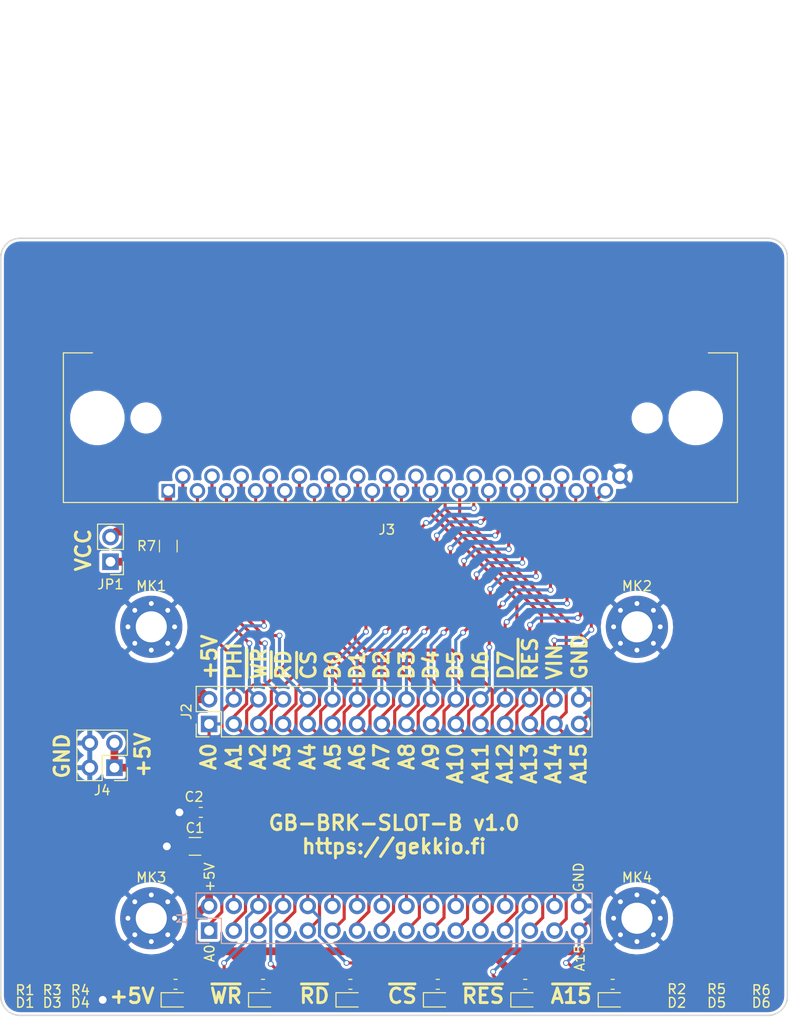
<source format=kicad_pcb>
(kicad_pcb (version 20171130) (host pcbnew 5.1.5-52549c5~84~ubuntu19.10.1)
  (title_block (title GB-BRK-SLOT-B) (rev v1.0) (company https://gekkio.fi))
  (layers (0 F.Cu signal) (31 B.Cu signal) (34 B.Paste user) (35 F.Paste user) (36 B.SilkS user) (37 F.SilkS user) (38 B.Mask user) (39 F.Mask user) (44 Edge.Cuts user))
  (net 0 "")
  (net 1 "Net-(D1-Pad2)")
  (net 2 +5V)
  (net 3 GND)
  (net 4 /A0)
  (net 5 /PHI)
  (net 6 /A1)
  (net 7 /~WR)
  (net 8 /A2)
  (net 9 /~RD)
  (net 10 /A3)
  (net 11 /~CS)
  (net 12 /A4)
  (net 13 /D0)
  (net 14 /A5)
  (net 15 /D1)
  (net 16 /A6)
  (net 17 /D2)
  (net 18 /A7)
  (net 19 /D3)
  (net 20 /A8)
  (net 21 /D4)
  (net 22 /A9)
  (net 23 /D5)
  (net 24 /A10)
  (net 25 /D6)
  (net 26 /A11)
  (net 27 /D7)
  (net 28 /A12)
  (net 29 /~RES)
  (net 30 /A13)
  (net 31 /VIN)
  (net 32 /A14)
  (net 33 /A15)
  (net 34 "Net-(D2-Pad2)")
  (net 35 "Net-(D3-Pad2)")
  (net 36 "Net-(D4-Pad2)")
  (net 37 "Net-(D5-Pad2)")
  (net 38 "Net-(D6-Pad2)")
  (net 39 "Net-(J3-Pad1)")
  (module Gekkio_Connector_PCBedge:GameBoy_Cartridge_SGB-SGB2_1x32_P1.50mm_Socket_Horizontal (layer F.Cu) (at 64.25 96)
    (fp_text reference J3 (at 22.5 4) (layer F.SilkS))
    (fp_text value GameBoy_Cartridge)
    (pad 1 thru_hole rect (at 0 0) (size 1.4 1.4) (drill 1) (layers *.Cu *.Mask) (net 39 "Net-(J3-Pad1)"))
    (pad 2 thru_hole circle (at 1.5 -1.5) (size 1.6 1.6) (drill 1) (layers *.Cu *.Mask) (net 5 /PHI))
    (pad 3 thru_hole circle (at 3 0) (size 1.6 1.6) (drill 1) (layers *.Cu *.Mask) (net 7 /~WR))
    (pad 4 thru_hole circle (at 4.5 -1.5) (size 1.6 1.6) (drill 1) (layers *.Cu *.Mask) (net 9 /~RD))
    (pad 5 thru_hole circle (at 6 0) (size 1.6 1.6) (drill 1) (layers *.Cu *.Mask) (net 11 /~CS))
    (pad 6 thru_hole circle (at 7.5 -1.5) (size 1.6 1.6) (drill 1) (layers *.Cu *.Mask) (net 4 /A0))
    (pad 7 thru_hole circle (at 9 0) (size 1.6 1.6) (drill 1) (layers *.Cu *.Mask) (net 6 /A1))
    (pad 8 thru_hole circle (at 10.5 -1.5) (size 1.6 1.6) (drill 1) (layers *.Cu *.Mask) (net 8 /A2))
    (pad 9 thru_hole circle (at 12 0) (size 1.6 1.6) (drill 1) (layers *.Cu *.Mask) (net 10 /A3))
    (pad 10 thru_hole circle (at 13.5 -1.5) (size 1.6 1.6) (drill 1) (layers *.Cu *.Mask) (net 12 /A4))
    (pad 11 thru_hole circle (at 15 0) (size 1.6 1.6) (drill 1) (layers *.Cu *.Mask) (net 14 /A5))
    (pad 12 thru_hole circle (at 16.5 -1.5) (size 1.6 1.6) (drill 1) (layers *.Cu *.Mask) (net 16 /A6))
    (pad 13 thru_hole circle (at 18 0) (size 1.6 1.6) (drill 1) (layers *.Cu *.Mask) (net 18 /A7))
    (pad 14 thru_hole circle (at 19.5 -1.5) (size 1.6 1.6) (drill 1) (layers *.Cu *.Mask) (net 20 /A8))
    (pad 15 thru_hole circle (at 21 0) (size 1.6 1.6) (drill 1) (layers *.Cu *.Mask) (net 22 /A9))
    (pad 16 thru_hole circle (at 22.5 -1.5) (size 1.6 1.6) (drill 1) (layers *.Cu *.Mask) (net 24 /A10))
    (pad 17 thru_hole circle (at 24 0) (size 1.6 1.6) (drill 1) (layers *.Cu *.Mask) (net 26 /A11))
    (pad 18 thru_hole circle (at 25.5 -1.5) (size 1.6 1.6) (drill 1) (layers *.Cu *.Mask) (net 28 /A12))
    (pad 19 thru_hole circle (at 27 0) (size 1.6 1.6) (drill 1) (layers *.Cu *.Mask) (net 30 /A13))
    (pad 20 thru_hole circle (at 28.5 -1.5) (size 1.6 1.6) (drill 1) (layers *.Cu *.Mask) (net 32 /A14))
    (pad 21 thru_hole circle (at 30 0) (size 1.6 1.6) (drill 1) (layers *.Cu *.Mask) (net 33 /A15))
    (pad 22 thru_hole circle (at 31.5 -1.5) (size 1.6 1.6) (drill 1) (layers *.Cu *.Mask) (net 13 /D0))
    (pad 23 thru_hole circle (at 33 0) (size 1.6 1.6) (drill 1) (layers *.Cu *.Mask) (net 15 /D1))
    (pad 24 thru_hole circle (at 34.5 -1.5) (size 1.6 1.6) (drill 1) (layers *.Cu *.Mask) (net 17 /D2))
    (pad 25 thru_hole circle (at 36 0) (size 1.6 1.6) (drill 1) (layers *.Cu *.Mask) (net 19 /D3))
    (pad 26 thru_hole circle (at 37.5 -1.5) (size 1.6 1.6) (drill 1) (layers *.Cu *.Mask) (net 21 /D4))
    (pad 27 thru_hole circle (at 39 0) (size 1.6 1.6) (drill 1) (layers *.Cu *.Mask) (net 23 /D5))
    (pad 28 thru_hole circle (at 40.5 -1.5) (size 1.6 1.6) (drill 1) (layers *.Cu *.Mask) (net 25 /D6))
    (pad 29 thru_hole circle (at 42 0) (size 1.6 1.6) (drill 1) (layers *.Cu *.Mask) (net 27 /D7))
    (pad 30 thru_hole circle (at 43.5 -1.5) (size 1.6 1.6) (drill 1) (layers *.Cu *.Mask) (net 29 /~RES))
    (pad 31 thru_hole circle (at 45 0) (size 1.6 1.6) (drill 1) (layers *.Cu *.Mask) (net 31 /VIN))
    (pad 32 thru_hole circle (at 46.5 -1.5) (size 1.6 1.6) (drill 1) (layers *.Cu *.Mask) (net 3 GND))
    (pad "" np_thru_hole circle (at -7.3 -7.5) (size 5 5) (drill 5) (layers *.Cu *.Mask))
    (pad "" np_thru_hole circle (at -2.3 -7.5) (size 2.6 2.6) (drill 2.6) (layers *.Cu *.Mask))
    (pad "" np_thru_hole circle (at 49.3 -7.5) (size 2.6 2.6) (drill 2.6) (layers *.Cu *.Mask))
    (pad "" np_thru_hole circle (at 54.3 -7.5) (size 5 5) (drill 5) (layers *.Cu *.Mask))
  )
  (module Connector_PinHeader_2.54mm:PinHeader_1x02_P2.54mm_Vertical (layer F.Cu) (at 58.3 103.3 180)
    (fp_text reference JP1 (at 0 -2.33 180) (layer F.SilkS))
    (fp_text value Jumper_NC_Small)
    (pad 2 thru_hole oval (at 0 2.54 180) (size 1.7 1.7) (drill 1) (layers *.Cu *.Mask) (net 39 "Net-(J3-Pad1)"))
    (pad 1 thru_hole rect (at 0 0 180) (size 1.7 1.7) (drill 1) (layers *.Cu *.Mask) (net 2 +5V))
  )
  (module Resistor_SMD:R_1206_3216Metric_Pad1.42x1.75mm_HandSolder (layer F.Cu) (at 64.25 101.69 270)
    (fp_text reference R7 (at -0.01 2.24) (layer F.SilkS))
    (fp_text value 0R)
    (pad 2 smd roundrect (at 1.4875 0 270) (size 1.425 1.75) (layers F.Cu F.Paste F.Mask) (roundrect_rratio 0.175439) (net 2 +5V))
    (pad 1 smd roundrect (at -1.4875 0 270) (size 1.425 1.75) (layers F.Cu F.Paste F.Mask) (roundrect_rratio 0.175439) (net 39 "Net-(J3-Pad1)"))
  )
  (module LED_SMD:LED_0603_1608Metric (layer F.Cu) (at 65 148.4)
    (fp_text reference D1 (at -15.5 0.3) (layer F.SilkS))
    (fp_text value LED)
    (pad 2 smd roundrect (at 0.7875 0) (size 0.875 0.95) (layers F.Cu F.Paste F.Mask) (net 1 "Net-(D1-Pad2)"))
    (pad 1 smd roundrect (at -0.7875 0) (size 0.875 0.95) (layers F.Cu F.Paste F.Mask) (net 3 GND))
  )
  (module Connector_PinHeader_2.54mm:PinHeader_2x16_P2.54mm_Vertical (layer F.Cu) (at 68.45 120 90)
    (fp_text reference J2 (at 1.27 -2.33 90) (layer F.SilkS))
    (fp_text value Conn_02x16_Odd_Even)
    (pad 32 thru_hole oval (at 2.54 38.1 90) (size 1.7 1.7) (drill 1) (layers *.Cu *.Mask) (net 3 GND))
    (pad 31 thru_hole oval (at 0 38.1 90) (size 1.7 1.7) (drill 1) (layers *.Cu *.Mask) (net 33 /A15))
    (pad 30 thru_hole oval (at 2.54 35.56 90) (size 1.7 1.7) (drill 1) (layers *.Cu *.Mask) (net 31 /VIN))
    (pad 29 thru_hole oval (at 0 35.56 90) (size 1.7 1.7) (drill 1) (layers *.Cu *.Mask) (net 32 /A14))
    (pad 28 thru_hole oval (at 2.54 33.02 90) (size 1.7 1.7) (drill 1) (layers *.Cu *.Mask) (net 29 /~RES))
    (pad 27 thru_hole oval (at 0 33.02 90) (size 1.7 1.7) (drill 1) (layers *.Cu *.Mask) (net 30 /A13))
    (pad 26 thru_hole oval (at 2.54 30.48 90) (size 1.7 1.7) (drill 1) (layers *.Cu *.Mask) (net 27 /D7))
    (pad 25 thru_hole oval (at 0 30.48 90) (size 1.7 1.7) (drill 1) (layers *.Cu *.Mask) (net 28 /A12))
    (pad 24 thru_hole oval (at 2.54 27.94 90) (size 1.7 1.7) (drill 1) (layers *.Cu *.Mask) (net 25 /D6))
    (pad 23 thru_hole oval (at 0 27.94 90) (size 1.7 1.7) (drill 1) (layers *.Cu *.Mask) (net 26 /A11))
    (pad 22 thru_hole oval (at 2.54 25.4 90) (size 1.7 1.7) (drill 1) (layers *.Cu *.Mask) (net 23 /D5))
    (pad 21 thru_hole oval (at 0 25.4 90) (size 1.7 1.7) (drill 1) (layers *.Cu *.Mask) (net 24 /A10))
    (pad 20 thru_hole oval (at 2.54 22.86 90) (size 1.7 1.7) (drill 1) (layers *.Cu *.Mask) (net 21 /D4))
    (pad 19 thru_hole oval (at 0 22.86 90) (size 1.7 1.7) (drill 1) (layers *.Cu *.Mask) (net 22 /A9))
    (pad 18 thru_hole oval (at 2.54 20.32 90) (size 1.7 1.7) (drill 1) (layers *.Cu *.Mask) (net 19 /D3))
    (pad 17 thru_hole oval (at 0 20.32 90) (size 1.7 1.7) (drill 1) (layers *.Cu *.Mask) (net 20 /A8))
    (pad 16 thru_hole oval (at 2.54 17.78 90) (size 1.7 1.7) (drill 1) (layers *.Cu *.Mask) (net 17 /D2))
    (pad 15 thru_hole oval (at 0 17.78 90) (size 1.7 1.7) (drill 1) (layers *.Cu *.Mask) (net 18 /A7))
    (pad 14 thru_hole oval (at 2.54 15.24 90) (size 1.7 1.7) (drill 1) (layers *.Cu *.Mask) (net 15 /D1))
    (pad 13 thru_hole oval (at 0 15.24 90) (size 1.7 1.7) (drill 1) (layers *.Cu *.Mask) (net 16 /A6))
    (pad 12 thru_hole oval (at 2.54 12.7 90) (size 1.7 1.7) (drill 1) (layers *.Cu *.Mask) (net 13 /D0))
    (pad 11 thru_hole oval (at 0 12.7 90) (size 1.7 1.7) (drill 1) (layers *.Cu *.Mask) (net 14 /A5))
    (pad 10 thru_hole oval (at 2.54 10.16 90) (size 1.7 1.7) (drill 1) (layers *.Cu *.Mask) (net 11 /~CS))
    (pad 9 thru_hole oval (at 0 10.16 90) (size 1.7 1.7) (drill 1) (layers *.Cu *.Mask) (net 12 /A4))
    (pad 8 thru_hole oval (at 2.54 7.62 90) (size 1.7 1.7) (drill 1) (layers *.Cu *.Mask) (net 9 /~RD))
    (pad 7 thru_hole oval (at 0 7.62 90) (size 1.7 1.7) (drill 1) (layers *.Cu *.Mask) (net 10 /A3))
    (pad 6 thru_hole oval (at 2.54 5.08 90) (size 1.7 1.7) (drill 1) (layers *.Cu *.Mask) (net 7 /~WR))
    (pad 5 thru_hole oval (at 0 5.08 90) (size 1.7 1.7) (drill 1) (layers *.Cu *.Mask) (net 8 /A2))
    (pad 4 thru_hole oval (at 2.54 2.54 90) (size 1.7 1.7) (drill 1) (layers *.Cu *.Mask) (net 5 /PHI))
    (pad 3 thru_hole oval (at 0 2.54 90) (size 1.7 1.7) (drill 1) (layers *.Cu *.Mask) (net 6 /A1))
    (pad 2 thru_hole oval (at 2.54 0 90) (size 1.7 1.7) (drill 1) (layers *.Cu *.Mask) (net 2 +5V))
    (pad 1 thru_hole rect (at 0 0 90) (size 1.7 1.7) (drill 1) (layers *.Cu *.Mask) (net 4 /A0))
  )
  (module Resistor_SMD:R_0603_1608Metric (layer F.Cu) (at 65 146.8)
    (fp_text reference R1 (at -15.5 0.6) (layer F.SilkS))
    (fp_text value 3.3k)
    (pad 2 smd roundrect (at 0.7875 0) (size 0.875 0.95) (layers F.Cu F.Paste F.Mask) (net 1 "Net-(D1-Pad2)"))
    (pad 1 smd roundrect (at -0.7875 0) (size 0.875 0.95) (layers F.Cu F.Paste F.Mask) (net 2 +5V))
  )
  (module Capacitor_SMD:C_1206_3216Metric (layer F.Cu) (at 67 132.6 180)
    (fp_text reference C1 (at 0 1.9 180) (layer F.SilkS))
    (fp_text value 10uF)
    (pad 2 smd roundrect (at 1.4 0 180) (size 1.25 1.75) (layers F.Cu F.Paste F.Mask) (roundrect_rratio 0.2) (net 3 GND))
    (pad 1 smd roundrect (at -1.4 0 180) (size 1.25 1.75) (layers F.Cu F.Paste F.Mask) (roundrect_rratio 0.2) (net 2 +5V))
  )
  (module Capacitor_SMD:C_0603_1608Metric (layer F.Cu) (at 67.6 129.1 180)
    (fp_text reference C2 (at 0.7 1.6 180) (layer F.SilkS))
    (fp_text value 0.1uF)
    (pad 2 smd roundrect (at 0.7875 0 180) (size 0.875 0.95) (layers F.Cu F.Paste F.Mask) (net 3 GND))
    (pad 1 smd roundrect (at -0.7875 0 180) (size 0.875 0.95) (layers F.Cu F.Paste F.Mask) (net 2 +5V))
  )
  (module Connector_PinSocket_2.54mm:PinSocket_2x16_P2.54mm_Vertical (layer B.Cu) (at 68.45 141.27 270)
    (fp_text reference J1 (at -1.27 2.77 270) (layer B.SilkS) (effects (justify mirror)))
    (fp_text value Conn_02x16_Odd_Even)
    (pad 32 thru_hole oval (at -2.54 -38.1 270) (size 1.7 1.7) (drill 1) (layers *.Cu *.Mask) (net 3 GND))
    (pad 31 thru_hole oval (at 0 -38.1 270) (size 1.7 1.7) (drill 1) (layers *.Cu *.Mask) (net 33 /A15))
    (pad 30 thru_hole oval (at -2.54 -35.56 270) (size 1.7 1.7) (drill 1) (layers *.Cu *.Mask) (net 31 /VIN))
    (pad 29 thru_hole oval (at 0 -35.56 270) (size 1.7 1.7) (drill 1) (layers *.Cu *.Mask) (net 32 /A14))
    (pad 28 thru_hole oval (at -2.54 -33.02 270) (size 1.7 1.7) (drill 1) (layers *.Cu *.Mask) (net 29 /~RES))
    (pad 27 thru_hole oval (at 0 -33.02 270) (size 1.7 1.7) (drill 1) (layers *.Cu *.Mask) (net 30 /A13))
    (pad 26 thru_hole oval (at -2.54 -30.48 270) (size 1.7 1.7) (drill 1) (layers *.Cu *.Mask) (net 27 /D7))
    (pad 25 thru_hole oval (at 0 -30.48 270) (size 1.7 1.7) (drill 1) (layers *.Cu *.Mask) (net 28 /A12))
    (pad 24 thru_hole oval (at -2.54 -27.94 270) (size 1.7 1.7) (drill 1) (layers *.Cu *.Mask) (net 25 /D6))
    (pad 23 thru_hole oval (at 0 -27.94 270) (size 1.7 1.7) (drill 1) (layers *.Cu *.Mask) (net 26 /A11))
    (pad 22 thru_hole oval (at -2.54 -25.4 270) (size 1.7 1.7) (drill 1) (layers *.Cu *.Mask) (net 23 /D5))
    (pad 21 thru_hole oval (at 0 -25.4 270) (size 1.7 1.7) (drill 1) (layers *.Cu *.Mask) (net 24 /A10))
    (pad 20 thru_hole oval (at -2.54 -22.86 270) (size 1.7 1.7) (drill 1) (layers *.Cu *.Mask) (net 21 /D4))
    (pad 19 thru_hole oval (at 0 -22.86 270) (size 1.7 1.7) (drill 1) (layers *.Cu *.Mask) (net 22 /A9))
    (pad 18 thru_hole oval (at -2.54 -20.32 270) (size 1.7 1.7) (drill 1) (layers *.Cu *.Mask) (net 19 /D3))
    (pad 17 thru_hole oval (at 0 -20.32 270) (size 1.7 1.7) (drill 1) (layers *.Cu *.Mask) (net 20 /A8))
    (pad 16 thru_hole oval (at -2.54 -17.78 270) (size 1.7 1.7) (drill 1) (layers *.Cu *.Mask) (net 17 /D2))
    (pad 15 thru_hole oval (at 0 -17.78 270) (size 1.7 1.7) (drill 1) (layers *.Cu *.Mask) (net 18 /A7))
    (pad 14 thru_hole oval (at -2.54 -15.24 270) (size 1.7 1.7) (drill 1) (layers *.Cu *.Mask) (net 15 /D1))
    (pad 13 thru_hole oval (at 0 -15.24 270) (size 1.7 1.7) (drill 1) (layers *.Cu *.Mask) (net 16 /A6))
    (pad 12 thru_hole oval (at -2.54 -12.7 270) (size 1.7 1.7) (drill 1) (layers *.Cu *.Mask) (net 13 /D0))
    (pad 11 thru_hole oval (at 0 -12.7 270) (size 1.7 1.7) (drill 1) (layers *.Cu *.Mask) (net 14 /A5))
    (pad 10 thru_hole oval (at -2.54 -10.16 270) (size 1.7 1.7) (drill 1) (layers *.Cu *.Mask) (net 11 /~CS))
    (pad 9 thru_hole oval (at 0 -10.16 270) (size 1.7 1.7) (drill 1) (layers *.Cu *.Mask) (net 12 /A4))
    (pad 8 thru_hole oval (at -2.54 -7.62 270) (size 1.7 1.7) (drill 1) (layers *.Cu *.Mask) (net 9 /~RD))
    (pad 7 thru_hole oval (at 0 -7.62 270) (size 1.7 1.7) (drill 1) (layers *.Cu *.Mask) (net 10 /A3))
    (pad 6 thru_hole oval (at -2.54 -5.08 270) (size 1.7 1.7) (drill 1) (layers *.Cu *.Mask) (net 7 /~WR))
    (pad 5 thru_hole oval (at 0 -5.08 270) (size 1.7 1.7) (drill 1) (layers *.Cu *.Mask) (net 8 /A2))
    (pad 4 thru_hole oval (at -2.54 -2.54 270) (size 1.7 1.7) (drill 1) (layers *.Cu *.Mask) (net 5 /PHI))
    (pad 3 thru_hole oval (at 0 -2.54 270) (size 1.7 1.7) (drill 1) (layers *.Cu *.Mask) (net 6 /A1))
    (pad 2 thru_hole oval (at -2.54 0 270) (size 1.7 1.7) (drill 1) (layers *.Cu *.Mask) (net 2 +5V))
    (pad 1 thru_hole rect (at 0 0 270) (size 1.7 1.7) (drill 1) (layers *.Cu *.Mask) (net 4 /A0))
  )
  (module LED_SMD:LED_0603_1608Metric (layer F.Cu) (at 101 148.4)
    (fp_text reference D2 (at 15.6 0.3) (layer F.SilkS))
    (fp_text value LED)
    (pad 2 smd roundrect (at 0.7875 0) (size 0.875 0.95) (layers F.Cu F.Paste F.Mask) (net 34 "Net-(D2-Pad2)"))
    (pad 1 smd roundrect (at -0.7875 0) (size 0.875 0.95) (layers F.Cu F.Paste F.Mask) (net 29 /~RES))
  )
  (module LED_SMD:LED_0603_1608Metric (layer F.Cu) (at 74 148.4)
    (fp_text reference D3 (at -21.7 0.3) (layer F.SilkS))
    (fp_text value LED)
    (pad 2 smd roundrect (at 0.7875 0) (size 0.875 0.95) (layers F.Cu F.Paste F.Mask) (net 35 "Net-(D3-Pad2)"))
    (pad 1 smd roundrect (at -0.7875 0) (size 0.875 0.95) (layers F.Cu F.Paste F.Mask) (net 7 /~WR))
  )
  (module LED_SMD:LED_0603_1608Metric (layer F.Cu) (at 83 148.4)
    (fp_text reference D4 (at -27.8 0.3) (layer F.SilkS))
    (fp_text value LED)
    (pad 2 smd roundrect (at 0.7875 0) (size 0.875 0.95) (layers F.Cu F.Paste F.Mask) (net 36 "Net-(D4-Pad2)"))
    (pad 1 smd roundrect (at -0.7875 0) (size 0.875 0.95) (layers F.Cu F.Paste F.Mask) (net 9 /~RD))
  )
  (module LED_SMD:LED_0603_1608Metric (layer F.Cu) (at 92 148.4)
    (fp_text reference D5 (at 28.7 0.3) (layer F.SilkS))
    (fp_text value LED)
    (pad 2 smd roundrect (at 0.7875 0) (size 0.875 0.95) (layers F.Cu F.Paste F.Mask) (net 37 "Net-(D5-Pad2)"))
    (pad 1 smd roundrect (at -0.7875 0) (size 0.875 0.95) (layers F.Cu F.Paste F.Mask) (net 11 /~CS))
  )
  (module LED_SMD:LED_0603_1608Metric (layer F.Cu) (at 110 148.4)
    (fp_text reference D6 (at 15.3 0.3) (layer F.SilkS))
    (fp_text value LED)
    (pad 2 smd roundrect (at 0.7875 0) (size 0.875 0.95) (layers F.Cu F.Paste F.Mask) (net 38 "Net-(D6-Pad2)"))
    (pad 1 smd roundrect (at -0.7875 0) (size 0.875 0.95) (layers F.Cu F.Paste F.Mask) (net 33 /A15))
  )
  (module Resistor_SMD:R_0603_1608Metric (layer F.Cu) (at 101 146.8)
    (fp_text reference R2 (at 15.6 0.5) (layer F.SilkS))
    (fp_text value 3.3k)
    (pad 2 smd roundrect (at 0.7875 0) (size 0.875 0.95) (layers F.Cu F.Paste F.Mask) (net 34 "Net-(D2-Pad2)"))
    (pad 1 smd roundrect (at -0.7875 0) (size 0.875 0.95) (layers F.Cu F.Paste F.Mask) (net 2 +5V))
  )
  (module Resistor_SMD:R_0603_1608Metric (layer F.Cu) (at 74 146.8)
    (fp_text reference R3 (at -21.7 0.6) (layer F.SilkS))
    (fp_text value 3.3k)
    (pad 2 smd roundrect (at 0.7875 0) (size 0.875 0.95) (layers F.Cu F.Paste F.Mask) (net 35 "Net-(D3-Pad2)"))
    (pad 1 smd roundrect (at -0.7875 0) (size 0.875 0.95) (layers F.Cu F.Paste F.Mask) (net 2 +5V))
  )
  (module Resistor_SMD:R_0603_1608Metric (layer F.Cu) (at 83 146.8)
    (fp_text reference R4 (at -27.8 0.6) (layer F.SilkS))
    (fp_text value 3.3k)
    (pad 2 smd roundrect (at 0.7875 0) (size 0.875 0.95) (layers F.Cu F.Paste F.Mask) (net 36 "Net-(D4-Pad2)"))
    (pad 1 smd roundrect (at -0.7875 0) (size 0.875 0.95) (layers F.Cu F.Paste F.Mask) (net 2 +5V))
  )
  (module Resistor_SMD:R_0603_1608Metric (layer F.Cu) (at 92 146.8)
    (fp_text reference R5 (at 28.7 0.5) (layer F.SilkS))
    (fp_text value 3.3k)
    (pad 2 smd roundrect (at 0.7875 0) (size 0.875 0.95) (layers F.Cu F.Paste F.Mask) (net 37 "Net-(D5-Pad2)"))
    (pad 1 smd roundrect (at -0.7875 0) (size 0.875 0.95) (layers F.Cu F.Paste F.Mask) (net 2 +5V))
  )
  (module Resistor_SMD:R_0603_1608Metric (layer F.Cu) (at 110 146.8)
    (fp_text reference R6 (at 15.3 0.6) (layer F.SilkS))
    (fp_text value 3.3k)
    (pad 2 smd roundrect (at 0.7875 0) (size 0.875 0.95) (layers F.Cu F.Paste F.Mask) (net 38 "Net-(D6-Pad2)"))
    (pad 1 smd roundrect (at -0.7875 0) (size 0.875 0.95) (layers F.Cu F.Paste F.Mask) (net 2 +5V))
  )
  (module Connector_PinHeader_2.54mm:PinHeader_2x02_P2.54mm_Vertical (layer F.Cu) (at 58.71 124.5 180)
    (fp_text reference J4 (at 1.27 -2.33 180) (layer F.SilkS))
    (fp_text value Conn_02x02_Odd_Even)
    (pad 4 thru_hole oval (at 2.54 2.54 180) (size 1.7 1.7) (drill 1) (layers *.Cu *.Mask) (net 3 GND))
    (pad 3 thru_hole oval (at 0 2.54 180) (size 1.7 1.7) (drill 1) (layers *.Cu *.Mask) (net 2 +5V))
    (pad 2 thru_hole oval (at 2.54 0 180) (size 1.7 1.7) (drill 1) (layers *.Cu *.Mask) (net 3 GND))
    (pad 1 thru_hole rect (at 0 0 180) (size 1.7 1.7) (drill 1) (layers *.Cu *.Mask) (net 2 +5V))
  )
  (module MountingHole:MountingHole_3.2mm_M3_Pad_Via (layer F.Cu) (at 62.5 110)
    (fp_text reference MK1 (at 0 -4.2) (layer F.SilkS))
    (fp_text value MountingHole_Pad)
    (pad 1 thru_hole circle (at 1.697056 -1.697056) (size 0.8 0.8) (drill 0.5) (layers *.Cu *.Mask) (net 3 GND))
    (pad 1 thru_hole circle (at 0 -2.4) (size 0.8 0.8) (drill 0.5) (layers *.Cu *.Mask) (net 3 GND))
    (pad 1 thru_hole circle (at -1.697056 -1.697056) (size 0.8 0.8) (drill 0.5) (layers *.Cu *.Mask) (net 3 GND))
    (pad 1 thru_hole circle (at -2.4 0) (size 0.8 0.8) (drill 0.5) (layers *.Cu *.Mask) (net 3 GND))
    (pad 1 thru_hole circle (at -1.697056 1.697056) (size 0.8 0.8) (drill 0.5) (layers *.Cu *.Mask) (net 3 GND))
    (pad 1 thru_hole circle (at 0 2.4) (size 0.8 0.8) (drill 0.5) (layers *.Cu *.Mask) (net 3 GND))
    (pad 1 thru_hole circle (at 1.697056 1.697056) (size 0.8 0.8) (drill 0.5) (layers *.Cu *.Mask) (net 3 GND))
    (pad 1 thru_hole circle (at 2.4 0) (size 0.8 0.8) (drill 0.5) (layers *.Cu *.Mask) (net 3 GND))
    (pad 1 thru_hole circle (at 0 0) (size 6.4 6.4) (drill 3.2) (layers *.Cu *.Mask) (net 3 GND))
  )
  (module MountingHole:MountingHole_3.2mm_M3_Pad_Via (layer F.Cu) (at 112.5 110)
    (fp_text reference MK2 (at 0 -4.2) (layer F.SilkS))
    (fp_text value MountingHole_Pad)
    (pad 1 thru_hole circle (at 1.697056 -1.697056) (size 0.8 0.8) (drill 0.5) (layers *.Cu *.Mask) (net 3 GND))
    (pad 1 thru_hole circle (at 0 -2.4) (size 0.8 0.8) (drill 0.5) (layers *.Cu *.Mask) (net 3 GND))
    (pad 1 thru_hole circle (at -1.697056 -1.697056) (size 0.8 0.8) (drill 0.5) (layers *.Cu *.Mask) (net 3 GND))
    (pad 1 thru_hole circle (at -2.4 0) (size 0.8 0.8) (drill 0.5) (layers *.Cu *.Mask) (net 3 GND))
    (pad 1 thru_hole circle (at -1.697056 1.697056) (size 0.8 0.8) (drill 0.5) (layers *.Cu *.Mask) (net 3 GND))
    (pad 1 thru_hole circle (at 0 2.4) (size 0.8 0.8) (drill 0.5) (layers *.Cu *.Mask) (net 3 GND))
    (pad 1 thru_hole circle (at 1.697056 1.697056) (size 0.8 0.8) (drill 0.5) (layers *.Cu *.Mask) (net 3 GND))
    (pad 1 thru_hole circle (at 2.4 0) (size 0.8 0.8) (drill 0.5) (layers *.Cu *.Mask) (net 3 GND))
    (pad 1 thru_hole circle (at 0 0) (size 6.4 6.4) (drill 3.2) (layers *.Cu *.Mask) (net 3 GND))
  )
  (module MountingHole:MountingHole_3.2mm_M3_Pad_Via (layer F.Cu) (at 62.5 140)
    (fp_text reference MK3 (at 0 -4.2) (layer F.SilkS))
    (fp_text value MountingHole_Pad)
    (pad 1 thru_hole circle (at 1.697056 -1.697056) (size 0.8 0.8) (drill 0.5) (layers *.Cu *.Mask) (net 3 GND))
    (pad 1 thru_hole circle (at 0 -2.4) (size 0.8 0.8) (drill 0.5) (layers *.Cu *.Mask) (net 3 GND))
    (pad 1 thru_hole circle (at -1.697056 -1.697056) (size 0.8 0.8) (drill 0.5) (layers *.Cu *.Mask) (net 3 GND))
    (pad 1 thru_hole circle (at -2.4 0) (size 0.8 0.8) (drill 0.5) (layers *.Cu *.Mask) (net 3 GND))
    (pad 1 thru_hole circle (at -1.697056 1.697056) (size 0.8 0.8) (drill 0.5) (layers *.Cu *.Mask) (net 3 GND))
    (pad 1 thru_hole circle (at 0 2.4) (size 0.8 0.8) (drill 0.5) (layers *.Cu *.Mask) (net 3 GND))
    (pad 1 thru_hole circle (at 1.697056 1.697056) (size 0.8 0.8) (drill 0.5) (layers *.Cu *.Mask) (net 3 GND))
    (pad 1 thru_hole circle (at 2.4 0) (size 0.8 0.8) (drill 0.5) (layers *.Cu *.Mask) (net 3 GND))
    (pad 1 thru_hole circle (at 0 0) (size 6.4 6.4) (drill 3.2) (layers *.Cu *.Mask) (net 3 GND))
  )
  (module MountingHole:MountingHole_3.2mm_M3_Pad_Via (layer F.Cu) (at 112.5 140)
    (fp_text reference MK4 (at 0 -4.2) (layer F.SilkS))
    (fp_text value MountingHole_Pad)
    (pad 1 thru_hole circle (at 1.697056 -1.697056) (size 0.8 0.8) (drill 0.5) (layers *.Cu *.Mask) (net 3 GND))
    (pad 1 thru_hole circle (at 0 -2.4) (size 0.8 0.8) (drill 0.5) (layers *.Cu *.Mask) (net 3 GND))
    (pad 1 thru_hole circle (at -1.697056 -1.697056) (size 0.8 0.8) (drill 0.5) (layers *.Cu *.Mask) (net 3 GND))
    (pad 1 thru_hole circle (at -2.4 0) (size 0.8 0.8) (drill 0.5) (layers *.Cu *.Mask) (net 3 GND))
    (pad 1 thru_hole circle (at -1.697056 1.697056) (size 0.8 0.8) (drill 0.5) (layers *.Cu *.Mask) (net 3 GND))
    (pad 1 thru_hole circle (at 0 2.4) (size 0.8 0.8) (drill 0.5) (layers *.Cu *.Mask) (net 3 GND))
    (pad 1 thru_hole circle (at 1.697056 1.697056) (size 0.8 0.8) (drill 0.5) (layers *.Cu *.Mask) (net 3 GND))
    (pad 1 thru_hole circle (at 2.4 0) (size 0.8 0.8) (drill 0.5) (layers *.Cu *.Mask) (net 3 GND))
    (pad 1 thru_hole circle (at 0 0) (size 6.4 6.4) (drill 3.2) (layers *.Cu *.Mask) (net 3 GND))
  )
  (gr_arc (start 126 148) (end 126 150) (angle -90) (layer Edge.Cuts) (width 0.15))
  (gr_arc (start 49 148) (end 47 148) (angle -90) (layer Edge.Cuts) (width 0.15))
  (gr_arc (start 49 72) (end 49 70) (angle -90) (layer Edge.Cuts) (width 0.15))
  (gr_arc (start 126 72) (end 128 72) (angle -90) (layer Edge.Cuts) (width 0.15))
  (gr_text VCC (at 55.5 102.1 90) (layer F.SilkS) (effects (font (size 1.5 1.5) (thickness 0.3))))
  (gr_text GND (at 53.31 123.3 90) (layer F.SilkS) (effects (font (size 1.5 1.5) (thickness 0.3))))
  (gr_text +5V (at 61.61 123.2 90) (layer F.SilkS) (effects (font (size 1.5 1.5) (thickness 0.3))))
  (gr_text +5V (at 68.5 115.6 90) (layer F.SilkS) (effects (font (size 1.5 1.5) (thickness 0.3)) (justify left)))
  (gr_text PHI (at 71 115.6 90) (layer F.SilkS) (effects (font (size 1.5 1.5) (thickness 0.3)) (justify left)))
  (gr_text ~WR (at 73.6 115.6 90) (layer F.SilkS) (effects (font (size 1.5 1.5) (thickness 0.3)) (justify left)))
  (gr_text ~RD (at 76.1 115.6 90) (layer F.SilkS) (effects (font (size 1.5 1.5) (thickness 0.3)) (justify left)))
  (gr_text ~CS (at 78.7 115.6 90) (layer F.SilkS) (effects (font (size 1.5 1.5) (thickness 0.3)) (justify left)))
  (gr_text D0 (at 81.2 115.6 90) (layer F.SilkS) (effects (font (size 1.5 1.5) (thickness 0.3)) (justify left)))
  (gr_text D1 (at 83.7 115.6 90) (layer F.SilkS) (effects (font (size 1.5 1.5) (thickness 0.3)) (justify left)))
  (gr_text D2 (at 86.2 115.6 90) (layer F.SilkS) (effects (font (size 1.5 1.5) (thickness 0.3)) (justify left)))
  (gr_text D3 (at 88.8 115.6 90) (layer F.SilkS) (effects (font (size 1.5 1.5) (thickness 0.3)) (justify left)))
  (gr_text D4 (at 91.3 115.6 90) (layer F.SilkS) (effects (font (size 1.5 1.5) (thickness 0.3)) (justify left)))
  (gr_text D5 (at 93.8 115.6 90) (layer F.SilkS) (effects (font (size 1.5 1.5) (thickness 0.3)) (justify left)))
  (gr_text D6 (at 96.4 115.6 90) (layer F.SilkS) (effects (font (size 1.5 1.5) (thickness 0.3)) (justify left)))
  (gr_text D7 (at 99 115.6 90) (layer F.SilkS) (effects (font (size 1.5 1.5) (thickness 0.3)) (justify left)))
  (gr_text ~RES (at 101.5 115.6 90) (layer F.SilkS) (effects (font (size 1.5 1.5) (thickness 0.3)) (justify left)))
  (gr_text VIN (at 104 115.6 90) (layer F.SilkS) (effects (font (size 1.5 1.5) (thickness 0.3)) (justify left)))
  (gr_text GND (at 106.6 115.6 90) (layer F.SilkS) (effects (font (size 1.5 1.5) (thickness 0.3)) (justify left)))
  (gr_text A2 (at 73.5 121.8 90) (layer F.SilkS) (effects (font (size 1.5 1.5) (thickness 0.3)) (justify right)))
  (gr_text A3 (at 76 121.8 90) (layer F.SilkS) (effects (font (size 1.5 1.5) (thickness 0.3)) (justify right)))
  (gr_text A4 (at 78.6 121.8 90) (layer F.SilkS) (effects (font (size 1.5 1.5) (thickness 0.3)) (justify right)))
  (gr_text A5 (at 81.2 121.8 90) (layer F.SilkS) (effects (font (size 1.5 1.5) (thickness 0.3)) (justify right)))
  (gr_text A6 (at 83.7 121.8 90) (layer F.SilkS) (effects (font (size 1.5 1.5) (thickness 0.3)) (justify right)))
  (gr_text A7 (at 86.2 121.8 90) (layer F.SilkS) (effects (font (size 1.5 1.5) (thickness 0.3)) (justify right)))
  (gr_text A8 (at 88.8 121.8 90) (layer F.SilkS) (effects (font (size 1.5 1.5) (thickness 0.3)) (justify right)))
  (gr_text A9 (at 91.3 121.8 90) (layer F.SilkS) (effects (font (size 1.5 1.5) (thickness 0.3)) (justify right)))
  (gr_text A10 (at 93.8 121.8 90) (layer F.SilkS) (effects (font (size 1.5 1.5) (thickness 0.3)) (justify right)))
  (gr_text A11 (at 96.4 121.8 90) (layer F.SilkS) (effects (font (size 1.5 1.5) (thickness 0.3)) (justify right)))
  (gr_text A12 (at 98.9 121.8 90) (layer F.SilkS) (effects (font (size 1.5 1.5) (thickness 0.3)) (justify right)))
  (gr_text A13 (at 101.4 121.8 90) (layer F.SilkS) (effects (font (size 1.5 1.5) (thickness 0.3)) (justify right)))
  (gr_text A14 (at 103.9 121.8 90) (layer F.SilkS) (effects (font (size 1.5 1.5) (thickness 0.3)) (justify right)))
  (gr_text A15 (at 106.5 121.8 90) (layer F.SilkS) (effects (font (size 1.5 1.5) (thickness 0.3)) (justify right)))
  (gr_text A1 (at 71 121.8 90) (layer F.SilkS) (effects (font (size 1.5 1.5) (thickness 0.3)) (justify right)))
  (gr_text A0 (at 68.4 121.8 90) (layer F.SilkS) (effects (font (size 1.5 1.5) (thickness 0.3)) (justify right)))
  (gr_text "GB-BRK-SLOT-B v1.0\nhttps://gekkio.fi" (at 87.5 131.4) (layer F.SilkS) (effects (font (size 1.5 1.5) (thickness 0.3))))
  (gr_text GND (at 106.5 137.4 90) (layer F.SilkS) (effects (font (size 1 1)) (justify left)))
  (gr_text A15 (at 106.6 142.6 90) (layer F.SilkS) (effects (font (size 1 1)) (justify right)))
  (gr_text A0 (at 68.5 142.6 90) (layer F.SilkS) (effects (font (size 1 1)) (justify right)))
  (gr_text +5V (at 68.5 137.4 90) (layer F.SilkS) (effects (font (size 1 1)) (justify left)))
  (gr_text ~A15 (at 108 148) (layer F.SilkS) (effects (font (size 1.5 1.5) (thickness 0.3)) (justify right)))
  (gr_text ~RES (at 99 148) (layer F.SilkS) (effects (font (size 1.5 1.5) (thickness 0.3)) (justify right)))
  (gr_text ~RD (at 81 148) (layer F.SilkS) (effects (font (size 1.5 1.5) (thickness 0.3)) (justify right)))
  (gr_text ~CS (at 90 148) (layer F.SilkS) (effects (font (size 1.5 1.5) (thickness 0.3)) (justify right)))
  (gr_text ~WR (at 72 148) (layer F.SilkS) (effects (font (size 1.5 1.5) (thickness 0.3)) (justify right)))
  (gr_text +5V (at 63 148) (layer F.SilkS) (effects (font (size 1.5 1.5) (thickness 0.3)) (justify right)))
  (gr_line (start 128 72) (end 128 148) (layer Edge.Cuts) (width 0.15))
  (gr_line (start 49 70) (end 126 70) (layer Edge.Cuts) (width 0.15))
  (gr_line (start 49 150) (end 126 150) (layer Edge.Cuts) (width 0.15))
  (gr_line (start 47 72) (end 47 148) (layer Edge.Cuts) (width 0.15))
  (segment (start 65.7875 146.8) (end 65.7875 148.4) (width 0.32) (layer F.Cu) (net 1))
  (segment (start 67.247919 117.46) (end 68.45 117.46) (width 0.8) (layer F.Cu) (net 2))
  (segment (start 66 118.707919) (end 67.247919 117.46) (width 0.8) (layer F.Cu) (net 2))
  (segment (start 66 122.4) (end 66 118.707919) (width 0.8) (layer F.Cu) (net 2))
  (segment (start 68.45 138.73) (end 68.45 124.85) (width 0.8) (layer F.Cu) (net 2))
  (segment (start 68.45 124.85) (end 66 122.4) (width 0.8) (layer F.Cu) (net 2))
  (segment (start 97.3875 143.4) (end 96.4 143.4) (width 0.8) (layer F.Cu) (net 2))
  (segment (start 100.2125 146.225) (end 97.3875 143.4) (width 0.8) (layer F.Cu) (net 2))
  (segment (start 100.2125 146.8) (end 100.2125 146.225) (width 0.8) (layer F.Cu) (net 2))
  (segment (start 86.8 143.4) (end 96.4 143.4) (width 0.8) (layer F.Cu) (net 2))
  (segment (start 88.3875 143.4) (end 86.8 143.4) (width 0.8) (layer F.Cu) (net 2))
  (segment (start 91.2125 146.225) (end 88.3875 143.4) (width 0.8) (layer F.Cu) (net 2))
  (segment (start 91.2125 146.8) (end 91.2125 146.225) (width 0.8) (layer F.Cu) (net 2))
  (segment (start 77.9 143.4) (end 86.8 143.4) (width 0.8) (layer F.Cu) (net 2))
  (segment (start 82.2125 146.8) (end 82.2125 146.225) (width 0.8) (layer F.Cu) (net 2))
  (segment (start 82.2125 146.225) (end 79.3875 143.4) (width 0.8) (layer F.Cu) (net 2))
  (segment (start 70.6 143.4) (end 77.9 143.4) (width 0.8) (layer F.Cu) (net 2))
  (segment (start 79.3875 143.4) (end 77.9 143.4) (width 0.8) (layer F.Cu) (net 2))
  (segment (start 73.2125 146.8) (end 73.2125 146.0125) (width 0.8) (layer F.Cu) (net 2))
  (segment (start 73.2125 146.0125) (end 70.6 143.4) (width 0.8) (layer F.Cu) (net 2))
  (segment (start 109.2125 146.0125) (end 109.2125 146.8) (width 0.8) (layer F.Cu) (net 2))
  (segment (start 96.4 143.4) (end 106.6 143.4) (width 0.8) (layer F.Cu) (net 2))
  (segment (start 106.6 143.4) (end 109.2125 146.0125) (width 0.8) (layer F.Cu) (net 2))
  (segment (start 58.71 121.96) (end 58.71 124.5) (width 0.8) (layer F.Cu) (net 2))
  (segment (start 68.45 138.73) (end 68.07 138.73) (width 0.8) (layer F.Cu) (net 2))
  (segment (start 68.07 138.73) (end 66.8 140) (width 0.8) (layer F.Cu) (net 2))
  (segment (start 66.8 142.580002) (end 66.8 142.2) (width 0.8) (layer F.Cu) (net 2))
  (segment (start 67.619998 143.4) (end 66.8 142.580002) (width 0.8) (layer F.Cu) (net 2))
  (segment (start 70.6 143.4) (end 67.619998 143.4) (width 0.8) (layer F.Cu) (net 2))
  (segment (start 66.8 140) (end 66.8 142.2) (width 0.8) (layer F.Cu) (net 2))
  (segment (start 64.2125 145.1875) (end 64.2125 146.8) (width 0.8) (layer F.Cu) (net 2))
  (segment (start 66.8 142.2) (end 66.8 142.6) (width 0.8) (layer F.Cu) (net 2))
  (segment (start 66.8 142.6) (end 64.2125 145.1875) (width 0.8) (layer F.Cu) (net 2))
  (segment (start 64.25 105.02) (end 64.25 103.1775) (width 0.8) (layer F.Cu) (net 2))
  (segment (start 66.9 107.67) (end 64.25 105.02) (width 0.8) (layer F.Cu) (net 2))
  (segment (start 68.45 117.46) (end 66.9 115.91) (width 0.8) (layer F.Cu) (net 2))
  (segment (start 66.9 115.91) (end 66.9 107.67) (width 0.8) (layer F.Cu) (net 2))
  (segment (start 63.9 124.5) (end 66 122.4) (width 0.8) (layer F.Cu) (net 2))
  (segment (start 58.71 124.5) (end 63.9 124.5) (width 0.8) (layer F.Cu) (net 2))
  (segment (start 64.1275 103.3) (end 64.25 103.1775) (width 0.8) (layer F.Cu) (net 2))
  (segment (start 58.3 103.3) (end 64.1275 103.3) (width 0.8) (layer F.Cu) (net 2))
  (via (at 65.4 129.1) (size 1) (drill 0.8) (layers F.Cu B.Cu) (net 3))
  (segment (start 66.8125 129.1) (end 65.4 129.1) (width 0.8) (layer F.Cu) (net 3))
  (via (at 57.5 148.4) (size 1) (drill 0.8) (layers F.Cu B.Cu) (net 3))
  (segment (start 64.2125 148.4) (end 57.5 148.4) (width 0.8) (layer F.Cu) (net 3))
  (via (at 64.1 132.6) (size 1) (drill 0.8) (layers F.Cu B.Cu) (net 3))
  (segment (start 65.6 132.6) (end 64.1 132.6) (width 0.8) (layer F.Cu) (net 3))
  (segment (start 68.45 121.17) (end 68.45 120) (width 0.32) (layer F.Cu) (net 4))
  (segment (start 69.760001 122.480001) (end 68.45 121.17) (width 0.32) (layer F.Cu) (net 4))
  (segment (start 69.760001 139.358801) (end 69.760001 122.480001) (width 0.32) (layer F.Cu) (net 4))
  (segment (start 68.45 140.668802) (end 69.760001 139.358801) (width 0.32) (layer F.Cu) (net 4))
  (segment (start 68.45 141.27) (end 68.45 140.668802) (width 0.32) (layer F.Cu) (net 4))
  (via (at 74.1 109.9) (size 0.6) (drill 0.4) (layers F.Cu B.Cu) (net 4))
  (segment (start 71.75 107.125736) (end 71.75 94.5) (width 0.32) (layer F.Cu) (net 4))
  (segment (start 74.1 109.475736) (end 71.75 107.125736) (width 0.32) (layer F.Cu) (net 4))
  (segment (start 74.1 109.9) (end 74.1 109.475736) (width 0.32) (layer F.Cu) (net 4))
  (segment (start 72.2 109.9) (end 74.1 109.9) (width 0.32) (layer B.Cu) (net 4))
  (segment (start 69.760001 112.339999) (end 72.2 109.9) (width 0.32) (layer B.Cu) (net 4))
  (segment (start 69.760001 119.859999) (end 69.760001 112.339999) (width 0.32) (layer B.Cu) (net 4))
  (segment (start 68.45 120) (end 69.62 120) (width 0.32) (layer B.Cu) (net 4))
  (segment (start 69.62 120) (end 69.760001 119.859999) (width 0.32) (layer B.Cu) (net 4))
  (segment (start 70.99 122.974596) (end 70.99 138.73) (width 0.32) (layer F.Cu) (net 5))
  (segment (start 69.779999 121.764595) (end 70.99 122.974596) (width 0.32) (layer F.Cu) (net 5))
  (segment (start 69.779999 118.670001) (end 69.779999 121.764595) (width 0.32) (layer F.Cu) (net 5))
  (segment (start 70.99 117.46) (end 69.779999 118.670001) (width 0.32) (layer F.Cu) (net 5))
  (segment (start 71 113.2) (end 71 117.45) (width 0.32) (layer F.Cu) (net 5))
  (segment (start 68 110.2) (end 71 113.2) (width 0.32) (layer F.Cu) (net 5))
  (segment (start 71 117.45) (end 70.99 117.46) (width 0.32) (layer F.Cu) (net 5))
  (segment (start 68 100.9) (end 68 110.2) (width 0.32) (layer F.Cu) (net 5))
  (segment (start 65.75 94.5) (end 65.75 98.65) (width 0.32) (layer F.Cu) (net 5))
  (segment (start 65.75 98.65) (end 68 100.9) (width 0.32) (layer F.Cu) (net 5))
  (segment (start 71.839999 120.849999) (end 70.99 120) (width 0.32) (layer F.Cu) (net 6))
  (segment (start 72.200001 121.210001) (end 71.839999 120.849999) (width 0.32) (layer F.Cu) (net 6))
  (segment (start 72.200001 139.310801) (end 72.200001 121.210001) (width 0.32) (layer F.Cu) (net 6))
  (segment (start 70.99 140.520802) (end 72.200001 139.310801) (width 0.32) (layer F.Cu) (net 6))
  (segment (start 70.99 141.27) (end 70.99 140.520802) (width 0.32) (layer F.Cu) (net 6))
  (segment (start 70.99 119.250802) (end 70.99 120) (width 0.32) (layer F.Cu) (net 6))
  (segment (start 72.319999 117.920803) (end 70.99 119.250802) (width 0.32) (layer F.Cu) (net 6))
  (segment (start 72.319999 116.680001) (end 72.319999 117.920803) (width 0.32) (layer F.Cu) (net 6))
  (segment (start 76.5 113.740802) (end 74.240802 116) (width 0.32) (layer F.Cu) (net 6))
  (segment (start 73.25 96) (end 73.25 105.85) (width 0.32) (layer F.Cu) (net 6))
  (segment (start 74.240802 116) (end 73 116) (width 0.32) (layer F.Cu) (net 6))
  (segment (start 76.5 109.1) (end 76.5 113.740802) (width 0.32) (layer F.Cu) (net 6))
  (segment (start 73.25 105.85) (end 76.5 109.1) (width 0.32) (layer F.Cu) (net 6))
  (segment (start 73 116) (end 72.319999 116.680001) (width 0.32) (layer F.Cu) (net 6))
  (segment (start 73.53 121.804596) (end 73.53 138.73) (width 0.32) (layer F.Cu) (net 7))
  (segment (start 72.319999 120.594595) (end 73.53 121.804596) (width 0.32) (layer F.Cu) (net 7))
  (segment (start 72.319999 118.670001) (end 72.319999 120.594595) (width 0.32) (layer F.Cu) (net 7))
  (segment (start 73.53 117.46) (end 72.319999 118.670001) (width 0.32) (layer F.Cu) (net 7))
  (via (at 70 144.6) (size 0.6) (drill 0.4) (layers F.Cu B.Cu) (net 7))
  (segment (start 73.2125 148.4) (end 70 145.1875) (width 0.32) (layer F.Cu) (net 7))
  (segment (start 70 145.1875) (end 70 144.6) (width 0.32) (layer F.Cu) (net 7))
  (segment (start 72.680001 139.579999) (end 73.53 138.73) (width 0.32) (layer B.Cu) (net 7))
  (segment (start 72.319999 139.940001) (end 72.680001 139.579999) (width 0.32) (layer B.Cu) (net 7))
  (segment (start 72.319999 142.280001) (end 72.319999 139.940001) (width 0.32) (layer B.Cu) (net 7))
  (segment (start 70 144.6) (end 72.319999 142.280001) (width 0.32) (layer B.Cu) (net 7))
  (via (at 72.6 111.7) (size 0.6) (drill 0.4) (layers F.Cu B.Cu) (net 7))
  (segment (start 72.6 116.53) (end 73.53 117.46) (width 0.32) (layer B.Cu) (net 7))
  (segment (start 72.6 111.7) (end 72.6 116.53) (width 0.32) (layer B.Cu) (net 7))
  (segment (start 68.9 98.78137) (end 68.9 108) (width 0.32) (layer F.Cu) (net 7))
  (segment (start 68.9 108) (end 72.6 111.7) (width 0.32) (layer F.Cu) (net 7))
  (segment (start 67.25 96) (end 67.25 97.13137) (width 0.32) (layer F.Cu) (net 7))
  (segment (start 67.25 97.13137) (end 68.9 98.78137) (width 0.32) (layer F.Cu) (net 7))
  (segment (start 74.740001 139.310801) (end 74.740001 121.210001) (width 0.32) (layer F.Cu) (net 8))
  (segment (start 73.53 140.520802) (end 74.740001 139.310801) (width 0.32) (layer F.Cu) (net 8))
  (segment (start 74.379999 120.849999) (end 73.53 120) (width 0.32) (layer F.Cu) (net 8))
  (segment (start 74.740001 121.210001) (end 74.379999 120.849999) (width 0.32) (layer F.Cu) (net 8))
  (segment (start 73.53 141.27) (end 73.53 140.520802) (width 0.32) (layer F.Cu) (net 8))
  (segment (start 73.53 119.250802) (end 73.53 120) (width 0.32) (layer F.Cu) (net 8))
  (segment (start 74.859999 117.920803) (end 73.53 119.250802) (width 0.32) (layer F.Cu) (net 8))
  (segment (start 74.859999 116.640001) (end 74.859999 117.920803) (width 0.32) (layer F.Cu) (net 8))
  (segment (start 74.75 105.05) (end 77.2 107.5) (width 0.32) (layer F.Cu) (net 8))
  (segment (start 75.5 116) (end 74.859999 116.640001) (width 0.32) (layer F.Cu) (net 8))
  (segment (start 74.75 94.5) (end 74.75 105.05) (width 0.32) (layer F.Cu) (net 8))
  (segment (start 77.2 107.5) (end 77.2 115) (width 0.32) (layer F.Cu) (net 8))
  (segment (start 77.2 115) (end 76.2 116) (width 0.32) (layer F.Cu) (net 8))
  (segment (start 76.2 116) (end 75.5 116) (width 0.32) (layer F.Cu) (net 8))
  (segment (start 74.859999 118.670001) (end 74.859999 120.594595) (width 0.32) (layer F.Cu) (net 9))
  (segment (start 76.07 121.804596) (end 76.07 138.73) (width 0.32) (layer F.Cu) (net 9))
  (segment (start 74.859999 120.594595) (end 76.07 121.804596) (width 0.32) (layer F.Cu) (net 9))
  (segment (start 76.07 117.46) (end 74.859999 118.670001) (width 0.32) (layer F.Cu) (net 9))
  (segment (start 78.5 148.4) (end 74.8 144.7) (width 0.32) (layer F.Cu) (net 9))
  (segment (start 74.8 140) (end 74.8 144.7) (width 0.32) (layer B.Cu) (net 9))
  (segment (start 76.07 138.73) (end 74.8 140) (width 0.32) (layer B.Cu) (net 9))
  (via (at 74.8 144.7) (size 0.6) (drill 0.4) (layers F.Cu B.Cu) (net 9))
  (segment (start 82.2125 148.4) (end 78.5 148.4) (width 0.32) (layer F.Cu) (net 9))
  (segment (start 74.2 115.59) (end 74.2 111.7) (width 0.32) (layer B.Cu) (net 9))
  (segment (start 76.07 117.46) (end 74.2 115.59) (width 0.32) (layer B.Cu) (net 9))
  (via (at 74.2 111.7) (size 0.6) (drill 0.4) (layers F.Cu B.Cu) (net 9))
  (segment (start 73.775736 111.7) (end 74.2 111.7) (width 0.32) (layer F.Cu) (net 9))
  (segment (start 69.6 97.8) (end 69.6 107.524264) (width 0.32) (layer F.Cu) (net 9))
  (segment (start 68.75 94.5) (end 68.75 96.95) (width 0.32) (layer F.Cu) (net 9))
  (segment (start 69.6 107.524264) (end 73.775736 111.7) (width 0.32) (layer F.Cu) (net 9))
  (segment (start 68.75 96.95) (end 69.6 97.8) (width 0.32) (layer F.Cu) (net 9))
  (segment (start 77.280001 121.210001) (end 76.919999 120.849999) (width 0.32) (layer F.Cu) (net 10))
  (segment (start 77.280001 139.310801) (end 77.280001 121.210001) (width 0.32) (layer F.Cu) (net 10))
  (segment (start 76.919999 120.849999) (end 76.07 120) (width 0.32) (layer F.Cu) (net 10))
  (segment (start 76.07 140.520802) (end 77.280001 139.310801) (width 0.32) (layer F.Cu) (net 10))
  (segment (start 76.07 141.27) (end 76.07 140.520802) (width 0.32) (layer F.Cu) (net 10))
  (segment (start 76.3 96.05) (end 76.25 96) (width 0.32) (layer F.Cu) (net 10))
  (segment (start 76.3 103.1) (end 76.3 96.05) (width 0.32) (layer F.Cu) (net 10))
  (segment (start 76.07 119.250802) (end 77.399999 117.920803) (width 0.32) (layer F.Cu) (net 10))
  (segment (start 77.9 115.9) (end 77.9 104.7) (width 0.32) (layer F.Cu) (net 10))
  (segment (start 77.9 104.7) (end 76.3 103.1) (width 0.32) (layer F.Cu) (net 10))
  (segment (start 76.07 120) (end 76.07 119.250802) (width 0.32) (layer F.Cu) (net 10))
  (segment (start 77.399999 117.920803) (end 77.399999 116.400001) (width 0.32) (layer F.Cu) (net 10))
  (segment (start 77.399999 116.400001) (end 77.9 115.9) (width 0.32) (layer F.Cu) (net 10))
  (segment (start 78.61 121.804596) (end 78.61 138.73) (width 0.32) (layer F.Cu) (net 11))
  (segment (start 77.399999 118.670001) (end 77.399999 120.594595) (width 0.32) (layer F.Cu) (net 11))
  (segment (start 77.399999 120.594595) (end 78.61 121.804596) (width 0.32) (layer F.Cu) (net 11))
  (segment (start 78.61 117.46) (end 77.399999 118.670001) (width 0.32) (layer F.Cu) (net 11))
  (via (at 82.6 144.6) (size 0.6) (drill 0.4) (layers F.Cu B.Cu) (net 11))
  (segment (start 91.2125 148.4) (end 87.4125 144.6) (width 0.32) (layer F.Cu) (net 11))
  (segment (start 87.4125 144.6) (end 82.6 144.6) (width 0.32) (layer F.Cu) (net 11))
  (segment (start 79.459999 139.579999) (end 78.61 138.73) (width 0.32) (layer B.Cu) (net 11))
  (segment (start 79.820001 139.940001) (end 79.459999 139.579999) (width 0.32) (layer B.Cu) (net 11))
  (segment (start 79.820001 141.820001) (end 79.820001 139.940001) (width 0.32) (layer B.Cu) (net 11))
  (segment (start 82.6 144.6) (end 79.820001 141.820001) (width 0.32) (layer B.Cu) (net 11))
  (segment (start 70.25 107.074264) (end 74.075736 110.9) (width 0.32) (layer F.Cu) (net 11))
  (segment (start 74.075736 110.9) (end 75.7 110.9) (width 0.32) (layer F.Cu) (net 11))
  (segment (start 75.7 114.55) (end 75.7 110.9) (width 0.32) (layer B.Cu) (net 11))
  (via (at 75.7 110.9) (size 0.6) (drill 0.4) (layers F.Cu B.Cu) (net 11))
  (segment (start 70.25 96) (end 70.25 107.074264) (width 0.32) (layer F.Cu) (net 11))
  (segment (start 78.61 117.46) (end 75.7 114.55) (width 0.32) (layer B.Cu) (net 11))
  (segment (start 79.459999 120.849999) (end 78.61 120) (width 0.32) (layer F.Cu) (net 12))
  (segment (start 79.820001 140.059999) (end 79.820001 121.210001) (width 0.32) (layer F.Cu) (net 12))
  (segment (start 79.820001 121.210001) (end 79.459999 120.849999) (width 0.32) (layer F.Cu) (net 12))
  (segment (start 78.61 141.27) (end 79.820001 140.059999) (width 0.32) (layer F.Cu) (net 12))
  (segment (start 78.61 119.250802) (end 79.820001 118.040801) (width 0.32) (layer F.Cu) (net 12))
  (segment (start 78.61 120) (end 78.61 119.250802) (width 0.32) (layer F.Cu) (net 12))
  (segment (start 78.6 113.8) (end 78.6 101.8) (width 0.32) (layer F.Cu) (net 12))
  (segment (start 77.75 100.95) (end 77.75 94.5) (width 0.32) (layer F.Cu) (net 12))
  (segment (start 79.820001 118.040801) (end 79.820001 115.020001) (width 0.32) (layer F.Cu) (net 12))
  (segment (start 79.820001 115.020001) (end 78.6 113.8) (width 0.32) (layer F.Cu) (net 12))
  (segment (start 78.6 101.8) (end 77.75 100.95) (width 0.32) (layer F.Cu) (net 12))
  (segment (start 81.15 121.790802) (end 81.15 138.73) (width 0.32) (layer F.Cu) (net 13))
  (segment (start 79.939999 120.580801) (end 81.15 121.790802) (width 0.32) (layer F.Cu) (net 13))
  (segment (start 79.939999 118.670001) (end 79.939999 120.580801) (width 0.32) (layer F.Cu) (net 13))
  (segment (start 81.15 117.46) (end 79.939999 118.670001) (width 0.32) (layer F.Cu) (net 13))
  (via (at 95.7 97.8) (size 0.6) (drill 0.4) (layers F.Cu B.Cu) (net 13))
  (segment (start 95.7 94.55) (end 95.75 94.5) (width 0.32) (layer F.Cu) (net 13))
  (segment (start 95.7 97.8) (end 95.7 94.55) (width 0.32) (layer F.Cu) (net 13))
  (segment (start 81.15 113.95) (end 84.6 110.5) (width 0.32) (layer B.Cu) (net 13))
  (segment (start 81.15 117.46) (end 81.15 113.95) (width 0.32) (layer B.Cu) (net 13))
  (via (at 84.6 110.5) (size 0.6) (drill 0.4) (layers F.Cu B.Cu) (net 13))
  (via (at 90.799998 99.3) (size 0.6) (drill 0.4) (layers F.Cu B.Cu) (net 13))
  (segment (start 84.6 105.499998) (end 90.799998 99.3) (width 0.32) (layer F.Cu) (net 13))
  (segment (start 84.6 110.5) (end 84.6 105.499998) (width 0.32) (layer F.Cu) (net 13))
  (segment (start 91.224262 99.3) (end 90.799998 99.3) (width 0.32) (layer B.Cu) (net 13))
  (segment (start 95.7 97.8) (end 92.724262 97.8) (width 0.32) (layer B.Cu) (net 13))
  (segment (start 92.724262 97.8) (end 91.224262 99.3) (width 0.32) (layer B.Cu) (net 13))
  (segment (start 82.360001 140.059999) (end 82.360001 121.210001) (width 0.32) (layer F.Cu) (net 14))
  (segment (start 81.999999 120.849999) (end 81.15 120) (width 0.32) (layer F.Cu) (net 14))
  (segment (start 82.360001 121.210001) (end 81.999999 120.849999) (width 0.32) (layer F.Cu) (net 14))
  (segment (start 81.15 141.27) (end 82.360001 140.059999) (width 0.32) (layer F.Cu) (net 14))
  (segment (start 79.3 96.05) (end 79.25 96) (width 0.32) (layer F.Cu) (net 14))
  (segment (start 79.3 113.4) (end 79.3 96.05) (width 0.32) (layer F.Cu) (net 14))
  (segment (start 82.360001 116.460001) (end 79.3 113.4) (width 0.32) (layer F.Cu) (net 14))
  (segment (start 82.360001 118.040801) (end 82.360001 116.460001) (width 0.32) (layer F.Cu) (net 14))
  (segment (start 81.15 120) (end 81.15 119.250802) (width 0.32) (layer F.Cu) (net 14))
  (segment (start 81.15 119.250802) (end 82.360001 118.040801) (width 0.32) (layer F.Cu) (net 14))
  (segment (start 83.69 121.804596) (end 83.69 138.73) (width 0.32) (layer F.Cu) (net 15))
  (segment (start 82.360001 120.474597) (end 83.69 121.804596) (width 0.32) (layer F.Cu) (net 15))
  (segment (start 82.360001 118.789999) (end 82.360001 120.474597) (width 0.32) (layer F.Cu) (net 15))
  (segment (start 83.69 117.46) (end 82.360001 118.789999) (width 0.32) (layer F.Cu) (net 15))
  (via (at 86.6 110.5) (size 0.6) (drill 0.4) (layers F.Cu B.Cu) (net 15))
  (segment (start 83.69 113.41) (end 86.6 110.5) (width 0.32) (layer B.Cu) (net 15))
  (segment (start 83.69 117.46) (end 83.69 113.41) (width 0.32) (layer B.Cu) (net 15))
  (segment (start 91.9 105.2) (end 91.9 100.6) (width 0.32) (layer F.Cu) (net 15))
  (segment (start 86.6 110.5) (end 91.9 105.2) (width 0.32) (layer F.Cu) (net 15))
  (via (at 91.9 100.6) (size 0.6) (drill 0.4) (layers F.Cu B.Cu) (net 15))
  (segment (start 91.9 100.6) (end 93.3 99.2) (width 0.32) (layer B.Cu) (net 15))
  (segment (start 93.3 99.2) (end 96.4 99.2) (width 0.32) (layer B.Cu) (net 15))
  (via (at 96.4 99.2) (size 0.6) (drill 0.4) (layers F.Cu B.Cu) (net 15))
  (segment (start 97.2 98.5) (end 96.5 99.2) (width 0.32) (layer F.Cu) (net 15))
  (segment (start 97.25 96) (end 97.2 96.05) (width 0.32) (layer F.Cu) (net 15))
  (segment (start 96.5 99.2) (end 96.4 99.2) (width 0.32) (layer F.Cu) (net 15))
  (segment (start 97.2 96.05) (end 97.2 98.5) (width 0.32) (layer F.Cu) (net 15))
  (segment (start 84.539999 120.849999) (end 83.69 120) (width 0.32) (layer F.Cu) (net 16))
  (segment (start 84.900001 121.210001) (end 84.539999 120.849999) (width 0.32) (layer F.Cu) (net 16))
  (segment (start 83.69 140.520802) (end 84.900001 139.310801) (width 0.32) (layer F.Cu) (net 16))
  (segment (start 84.900001 139.310801) (end 84.900001 121.210001) (width 0.32) (layer F.Cu) (net 16))
  (segment (start 83.69 141.27) (end 83.69 140.520802) (width 0.32) (layer F.Cu) (net 16))
  (segment (start 83.69 119.250802) (end 83.69 120) (width 0.32) (layer F.Cu) (net 16))
  (segment (start 84.900001 118.040801) (end 83.69 119.250802) (width 0.32) (layer F.Cu) (net 16))
  (segment (start 80.75 97.25) (end 80 98) (width 0.32) (layer F.Cu) (net 16))
  (segment (start 80 98) (end 80 113) (width 0.32) (layer F.Cu) (net 16))
  (segment (start 80.75 94.5) (end 80.75 97.25) (width 0.32) (layer F.Cu) (net 16))
  (segment (start 80 113) (end 82.9 115.9) (width 0.32) (layer F.Cu) (net 16))
  (segment (start 82.9 115.9) (end 84.5 115.9) (width 0.32) (layer F.Cu) (net 16))
  (segment (start 84.900001 116.300001) (end 84.900001 118.040801) (width 0.32) (layer F.Cu) (net 16))
  (segment (start 84.5 115.9) (end 84.900001 116.300001) (width 0.32) (layer F.Cu) (net 16))
  (segment (start 86.23 121.804596) (end 86.23 138.73) (width 0.32) (layer F.Cu) (net 17))
  (segment (start 85.019999 118.670001) (end 85.019999 120.594595) (width 0.32) (layer F.Cu) (net 17))
  (segment (start 85.019999 120.594595) (end 86.23 121.804596) (width 0.32) (layer F.Cu) (net 17))
  (segment (start 86.23 117.46) (end 85.019999 118.670001) (width 0.32) (layer F.Cu) (net 17))
  (via (at 88.599998 110.5) (size 0.6) (drill 0.4) (layers F.Cu B.Cu) (net 17))
  (segment (start 86.23 112.869998) (end 88.599998 110.5) (width 0.32) (layer B.Cu) (net 17))
  (segment (start 86.23 117.46) (end 86.23 112.869998) (width 0.32) (layer B.Cu) (net 17))
  (via (at 93.3 101.9) (size 0.6) (drill 0.4) (layers F.Cu B.Cu) (net 17))
  (segment (start 93.3 105.799998) (end 93.3 101.9) (width 0.32) (layer F.Cu) (net 17))
  (segment (start 88.599998 110.5) (end 93.3 105.799998) (width 0.32) (layer F.Cu) (net 17))
  (segment (start 94.6 100.6) (end 97.9 100.6) (width 0.32) (layer B.Cu) (net 17))
  (via (at 97.9 100.6) (size 0.6) (drill 0.4) (layers F.Cu B.Cu) (net 17))
  (segment (start 93.3 101.9) (end 94.6 100.6) (width 0.32) (layer B.Cu) (net 17))
  (segment (start 98.199999 100.300001) (end 97.9 100.6) (width 0.32) (layer F.Cu) (net 17))
  (segment (start 98.199999 98.300001) (end 98.199999 100.300001) (width 0.32) (layer F.Cu) (net 17))
  (segment (start 98.75 94.5) (end 98.75 97.75) (width 0.32) (layer F.Cu) (net 17))
  (segment (start 98.75 97.75) (end 98.199999 98.300001) (width 0.32) (layer F.Cu) (net 17))
  (segment (start 87.079999 120.849999) (end 86.23 120) (width 0.32) (layer F.Cu) (net 18))
  (segment (start 87.440001 121.210001) (end 87.079999 120.849999) (width 0.32) (layer F.Cu) (net 18))
  (segment (start 87.440001 139.310801) (end 87.440001 121.210001) (width 0.32) (layer F.Cu) (net 18))
  (segment (start 86.23 140.520802) (end 87.440001 139.310801) (width 0.32) (layer F.Cu) (net 18))
  (segment (start 86.23 141.27) (end 86.23 140.520802) (width 0.32) (layer F.Cu) (net 18))
  (segment (start 87.440001 118.040801) (end 86.23 119.250802) (width 0.32) (layer F.Cu) (net 18))
  (segment (start 87.440001 116.240001) (end 87.440001 118.040801) (width 0.32) (layer F.Cu) (net 18))
  (segment (start 82.25 96) (end 82.25 97.45) (width 0.32) (layer F.Cu) (net 18))
  (segment (start 82.25 97.45) (end 80.7 99) (width 0.32) (layer F.Cu) (net 18))
  (segment (start 80.7 99) (end 80.7 112.6) (width 0.32) (layer F.Cu) (net 18))
  (segment (start 80.7 112.6) (end 83.3 115.2) (width 0.32) (layer F.Cu) (net 18))
  (segment (start 86.23 119.250802) (end 86.23 120) (width 0.32) (layer F.Cu) (net 18))
  (segment (start 83.3 115.2) (end 86.4 115.2) (width 0.32) (layer F.Cu) (net 18))
  (segment (start 86.4 115.2) (end 87.440001 116.240001) (width 0.32) (layer F.Cu) (net 18))
  (segment (start 88.77 121.804596) (end 88.77 138.73) (width 0.32) (layer F.Cu) (net 19))
  (segment (start 87.559999 120.594595) (end 88.77 121.804596) (width 0.32) (layer F.Cu) (net 19))
  (segment (start 87.559999 118.670001) (end 87.559999 120.594595) (width 0.32) (layer F.Cu) (net 19))
  (segment (start 88.77 117.46) (end 87.559999 118.670001) (width 0.32) (layer F.Cu) (net 19))
  (via (at 90.599998 110.5) (size 0.6) (drill 0.4) (layers F.Cu B.Cu) (net 19))
  (segment (start 90.599998 110.500002) (end 90.599998 110.5) (width 0.32) (layer B.Cu) (net 19))
  (segment (start 88.77 117.46) (end 88.77 112.33) (width 0.32) (layer B.Cu) (net 19))
  (segment (start 88.77 112.33) (end 90.599998 110.500002) (width 0.32) (layer B.Cu) (net 19))
  (segment (start 90.599998 110.5) (end 94.7 106.399998) (width 0.32) (layer F.Cu) (net 19))
  (via (at 94.7 103.2) (size 0.6) (drill 0.4) (layers F.Cu B.Cu) (net 19))
  (segment (start 94.7 106.399998) (end 94.7 103.2) (width 0.32) (layer F.Cu) (net 19))
  (segment (start 95.9 102) (end 99.3 102) (width 0.32) (layer B.Cu) (net 19))
  (segment (start 94.7 103.2) (end 95.9 102) (width 0.32) (layer B.Cu) (net 19))
  (via (at 99.3 102) (size 0.6) (drill 0.4) (layers F.Cu B.Cu) (net 19))
  (segment (start 99.3 99) (end 99.3 102) (width 0.32) (layer F.Cu) (net 19))
  (segment (start 100.25 96) (end 100.25 98.05) (width 0.32) (layer F.Cu) (net 19))
  (segment (start 100.25 98.05) (end 99.3 99) (width 0.32) (layer F.Cu) (net 19))
  (segment (start 89.619999 120.849999) (end 88.77 120) (width 0.32) (layer F.Cu) (net 20))
  (segment (start 90.099999 121.329999) (end 89.619999 120.849999) (width 0.32) (layer F.Cu) (net 20))
  (segment (start 90.099999 139.940001) (end 90.099999 121.329999) (width 0.32) (layer F.Cu) (net 20))
  (segment (start 88.77 141.27) (end 90.099999 139.940001) (width 0.32) (layer F.Cu) (net 20))
  (segment (start 88.77 119.250802) (end 89.980001 118.040801) (width 0.32) (layer F.Cu) (net 20))
  (segment (start 89.980001 118.040801) (end 89.980001 116.280001) (width 0.32) (layer F.Cu) (net 20))
  (segment (start 88.2 114.5) (end 83.7 114.5) (width 0.32) (layer F.Cu) (net 20))
  (segment (start 88.77 120) (end 88.77 119.250802) (width 0.32) (layer F.Cu) (net 20))
  (segment (start 89.980001 116.280001) (end 88.2 114.5) (width 0.32) (layer F.Cu) (net 20))
  (segment (start 83.7 114.5) (end 81.4 112.2) (width 0.32) (layer F.Cu) (net 20))
  (segment (start 81.4 112.2) (end 81.4 99.7) (width 0.32) (layer F.Cu) (net 20))
  (segment (start 83.75 94.5) (end 83.75 97.35) (width 0.32) (layer F.Cu) (net 20))
  (segment (start 83.75 97.35) (end 81.4 99.7) (width 0.32) (layer F.Cu) (net 20))
  (segment (start 91.31 121.804596) (end 91.31 138.73) (width 0.32) (layer F.Cu) (net 21))
  (segment (start 89.980001 120.474597) (end 91.31 121.804596) (width 0.32) (layer F.Cu) (net 21))
  (segment (start 89.980001 118.789999) (end 89.980001 120.474597) (width 0.32) (layer F.Cu) (net 21))
  (segment (start 91.31 117.46) (end 89.980001 118.789999) (width 0.32) (layer F.Cu) (net 21))
  (via (at 92.6 110.6) (size 0.6) (drill 0.4) (layers F.Cu B.Cu) (net 21))
  (segment (start 91.31 111.89) (end 92.6 110.6) (width 0.32) (layer B.Cu) (net 21))
  (segment (start 91.31 117.46) (end 91.31 111.89) (width 0.32) (layer B.Cu) (net 21))
  (segment (start 96 107.2) (end 96 104.6) (width 0.32) (layer F.Cu) (net 21))
  (segment (start 92.6 110.6) (end 96 107.2) (width 0.32) (layer F.Cu) (net 21))
  (via (at 96 104.6) (size 0.6) (drill 0.4) (layers F.Cu B.Cu) (net 21))
  (segment (start 97.2 103.4) (end 100.7 103.4) (width 0.32) (layer B.Cu) (net 21))
  (segment (start 96 104.6) (end 97.2 103.4) (width 0.32) (layer B.Cu) (net 21))
  (via (at 100.7 103.4) (size 0.6) (drill 0.4) (layers F.Cu B.Cu) (net 21))
  (segment (start 100.7 99.4) (end 100.7 103.4) (width 0.32) (layer F.Cu) (net 21))
  (segment (start 101.75 94.5) (end 101.75 98.35) (width 0.32) (layer F.Cu) (net 21))
  (segment (start 101.75 98.35) (end 100.7 99.4) (width 0.32) (layer F.Cu) (net 21))
  (segment (start 92.639999 139.940001) (end 92.639999 121.329999) (width 0.32) (layer F.Cu) (net 22))
  (segment (start 92.159999 120.849999) (end 91.31 120) (width 0.32) (layer F.Cu) (net 22))
  (segment (start 92.639999 121.329999) (end 92.159999 120.849999) (width 0.32) (layer F.Cu) (net 22))
  (segment (start 91.31 141.27) (end 92.639999 139.940001) (width 0.32) (layer F.Cu) (net 22))
  (segment (start 85.25 97.13137) (end 85.25 96) (width 0.32) (layer F.Cu) (net 22))
  (segment (start 82.1 100.28137) (end 85.25 97.13137) (width 0.32) (layer F.Cu) (net 22))
  (segment (start 82.1 111.9) (end 82.1 100.28137) (width 0.32) (layer F.Cu) (net 22))
  (segment (start 91.31 119.250802) (end 92.520001 118.040801) (width 0.32) (layer F.Cu) (net 22))
  (segment (start 92.520001 118.040801) (end 92.520001 116.620001) (width 0.32) (layer F.Cu) (net 22))
  (segment (start 92.520001 116.620001) (end 89.7 113.8) (width 0.32) (layer F.Cu) (net 22))
  (segment (start 84 113.8) (end 82.1 111.9) (width 0.32) (layer F.Cu) (net 22))
  (segment (start 91.31 120) (end 91.31 119.250802) (width 0.32) (layer F.Cu) (net 22))
  (segment (start 89.7 113.8) (end 84 113.8) (width 0.32) (layer F.Cu) (net 22))
  (segment (start 93.85 121.804596) (end 93.85 138.73) (width 0.32) (layer F.Cu) (net 23))
  (segment (start 92.639999 118.670001) (end 92.639999 120.594595) (width 0.32) (layer F.Cu) (net 23))
  (segment (start 92.639999 120.594595) (end 93.85 121.804596) (width 0.32) (layer F.Cu) (net 23))
  (segment (start 93.85 117.46) (end 92.639999 118.670001) (width 0.32) (layer F.Cu) (net 23))
  (segment (start 93.85 117.46) (end 93.85 111.35) (width 0.32) (layer B.Cu) (net 23))
  (via (at 94.6 110.6) (size 0.6) (drill 0.4) (layers F.Cu B.Cu) (net 23))
  (segment (start 93.85 111.35) (end 94.6 110.6) (width 0.32) (layer B.Cu) (net 23))
  (via (at 97.4 106.1) (size 0.6) (drill 0.4) (layers F.Cu B.Cu) (net 23))
  (segment (start 97.4 107.8) (end 97.4 106.1) (width 0.32) (layer F.Cu) (net 23))
  (segment (start 94.6 110.6) (end 97.4 107.8) (width 0.32) (layer F.Cu) (net 23))
  (segment (start 97.4 106.1) (end 98.7 104.8) (width 0.32) (layer B.Cu) (net 23))
  (segment (start 98.7 104.8) (end 102.1 104.8) (width 0.32) (layer B.Cu) (net 23))
  (via (at 102.1 104.8) (size 0.6) (drill 0.4) (layers F.Cu B.Cu) (net 23))
  (segment (start 102.1 100.2) (end 102.1 104.8) (width 0.32) (layer F.Cu) (net 23))
  (segment (start 103.25 96) (end 103.25 99.05) (width 0.32) (layer F.Cu) (net 23))
  (segment (start 103.25 99.05) (end 102.1 100.2) (width 0.32) (layer F.Cu) (net 23))
  (segment (start 94.699999 120.849999) (end 93.85 120) (width 0.32) (layer F.Cu) (net 24))
  (segment (start 95.060001 121.210001) (end 94.699999 120.849999) (width 0.32) (layer F.Cu) (net 24))
  (segment (start 95.060001 140.059999) (end 95.060001 121.210001) (width 0.32) (layer F.Cu) (net 24))
  (segment (start 93.85 141.27) (end 95.060001 140.059999) (width 0.32) (layer F.Cu) (net 24))
  (segment (start 86.75 97.25) (end 86.75 94.5) (width 0.32) (layer F.Cu) (net 24))
  (segment (start 93.85 119.250802) (end 95.060001 118.040801) (width 0.32) (layer F.Cu) (net 24))
  (segment (start 93.85 120) (end 93.85 119.250802) (width 0.32) (layer F.Cu) (net 24))
  (segment (start 95.060001 118.040801) (end 95.060001 116.560001) (width 0.32) (layer F.Cu) (net 24))
  (segment (start 95.060001 116.560001) (end 91.6 113.1) (width 0.32) (layer F.Cu) (net 24))
  (segment (start 91.6 113.1) (end 84.3 113.1) (width 0.32) (layer F.Cu) (net 24))
  (segment (start 84.3 113.1) (end 82.8 111.6) (width 0.32) (layer F.Cu) (net 24))
  (segment (start 86.75 97.25) (end 82.8 101.2) (width 0.32) (layer F.Cu) (net 24))
  (segment (start 82.8 101.2) (end 82.8 111.6) (width 0.32) (layer F.Cu) (net 24))
  (segment (start 96.39 121.804596) (end 96.39 138.73) (width 0.32) (layer F.Cu) (net 25))
  (segment (start 95.179999 120.594595) (end 96.39 121.804596) (width 0.32) (layer F.Cu) (net 25))
  (segment (start 95.179999 118.670001) (end 95.179999 120.594595) (width 0.32) (layer F.Cu) (net 25))
  (segment (start 96.39 117.46) (end 95.179999 118.670001) (width 0.32) (layer F.Cu) (net 25))
  (via (at 98.7 107.6) (size 0.6) (drill 0.4) (layers F.Cu B.Cu) (net 25))
  (segment (start 98.7 107.6) (end 100.1 106.2) (width 0.32) (layer B.Cu) (net 25))
  (via (at 103.6 106.2) (size 0.6) (drill 0.4) (layers F.Cu B.Cu) (net 25))
  (segment (start 100.1 106.2) (end 103.6 106.2) (width 0.32) (layer B.Cu) (net 25))
  (segment (start 103.6 100.8) (end 103.6 106.2) (width 0.32) (layer F.Cu) (net 25))
  (segment (start 104.75 94.5) (end 104.75 99.65) (width 0.32) (layer F.Cu) (net 25))
  (segment (start 104.75 99.65) (end 103.6 100.8) (width 0.32) (layer F.Cu) (net 25))
  (segment (start 96.39 117.46) (end 97.3 116.55) (width 0.32) (layer B.Cu) (net 25))
  (segment (start 97.3 109) (end 97.3 112.1) (width 0.32) (layer F.Cu) (net 25))
  (via (at 97.3 112.1) (size 0.6) (drill 0.4) (layers F.Cu B.Cu) (net 25))
  (segment (start 98.7 107.6) (end 97.3 109) (width 0.32) (layer F.Cu) (net 25))
  (segment (start 97.3 116.55) (end 97.3 112.1) (width 0.32) (layer B.Cu) (net 25))
  (segment (start 97.239999 120.849999) (end 96.39 120) (width 0.32) (layer F.Cu) (net 26))
  (segment (start 97.600001 121.210001) (end 97.239999 120.849999) (width 0.32) (layer F.Cu) (net 26))
  (segment (start 96.39 140.520802) (end 97.600001 139.310801) (width 0.32) (layer F.Cu) (net 26))
  (segment (start 97.600001 139.310801) (end 97.600001 121.210001) (width 0.32) (layer F.Cu) (net 26))
  (segment (start 96.39 141.27) (end 96.39 140.520802) (width 0.32) (layer F.Cu) (net 26))
  (segment (start 88.25 97.13137) (end 88.25 96) (width 0.32) (layer F.Cu) (net 26))
  (segment (start 83.5 101.88137) (end 88.25 97.13137) (width 0.32) (layer F.Cu) (net 26))
  (segment (start 83.5 111.3) (end 83.5 101.88137) (width 0.32) (layer F.Cu) (net 26))
  (segment (start 97.600001 118.040801) (end 97.600001 116.500001) (width 0.32) (layer F.Cu) (net 26))
  (segment (start 93.5 112.4) (end 84.6 112.4) (width 0.32) (layer F.Cu) (net 26))
  (segment (start 96.39 119.250802) (end 97.600001 118.040801) (width 0.32) (layer F.Cu) (net 26))
  (segment (start 96.39 120) (end 96.39 119.250802) (width 0.32) (layer F.Cu) (net 26))
  (segment (start 97.600001 116.500001) (end 93.5 112.4) (width 0.32) (layer F.Cu) (net 26))
  (segment (start 84.6 112.4) (end 83.5 111.3) (width 0.32) (layer F.Cu) (net 26))
  (segment (start 98.93 121.804596) (end 98.93 138.73) (width 0.32) (layer F.Cu) (net 27))
  (segment (start 97.600001 120.474597) (end 98.93 121.804596) (width 0.32) (layer F.Cu) (net 27))
  (segment (start 97.600001 118.789999) (end 97.600001 120.474597) (width 0.32) (layer F.Cu) (net 27))
  (segment (start 98.93 117.46) (end 97.600001 118.789999) (width 0.32) (layer F.Cu) (net 27))
  (via (at 99.1 109.5) (size 0.6) (drill 0.4) (layers F.Cu B.Cu) (net 27))
  (segment (start 98.93 117.46) (end 98.93 109.67) (width 0.32) (layer F.Cu) (net 27))
  (segment (start 98.93 109.67) (end 99.1 109.5) (width 0.32) (layer F.Cu) (net 27))
  (via (at 105.3 107.6) (size 0.6) (drill 0.4) (layers F.Cu B.Cu) (net 27))
  (segment (start 99.1 109.5) (end 101 107.6) (width 0.32) (layer B.Cu) (net 27))
  (segment (start 101 107.6) (end 105.3 107.6) (width 0.32) (layer B.Cu) (net 27))
  (segment (start 106.2 96.05) (end 106.25 96) (width 0.32) (layer F.Cu) (net 27))
  (segment (start 106.2 100.4) (end 106.2 96.05) (width 0.32) (layer F.Cu) (net 27))
  (segment (start 105.3 107.6) (end 105.3 101.3) (width 0.32) (layer F.Cu) (net 27))
  (segment (start 105.3 101.3) (end 106.2 100.4) (width 0.32) (layer F.Cu) (net 27))
  (segment (start 100.140001 121.210001) (end 99.779999 120.849999) (width 0.32) (layer F.Cu) (net 28))
  (segment (start 100.140001 139.310801) (end 100.140001 121.210001) (width 0.32) (layer F.Cu) (net 28))
  (segment (start 98.93 140.520802) (end 100.140001 139.310801) (width 0.32) (layer F.Cu) (net 28))
  (segment (start 99.779999 120.849999) (end 98.93 120) (width 0.32) (layer F.Cu) (net 28))
  (segment (start 98.93 141.27) (end 98.93 140.520802) (width 0.32) (layer F.Cu) (net 28))
  (segment (start 98.93 119.250802) (end 98.93 120) (width 0.32) (layer F.Cu) (net 28))
  (segment (start 100.140001 118.040801) (end 98.93 119.250802) (width 0.32) (layer F.Cu) (net 28))
  (segment (start 89.75 94.5) (end 89.75 96.85) (width 0.32) (layer F.Cu) (net 28))
  (segment (start 100.140001 107.240001) (end 100.140001 118.040801) (width 0.32) (layer F.Cu) (net 28))
  (segment (start 89.75 96.85) (end 100.140001 107.240001) (width 0.32) (layer F.Cu) (net 28))
  (segment (start 101.47 121.804596) (end 101.47 138.73) (width 0.32) (layer F.Cu) (net 29))
  (segment (start 100.140001 120.474597) (end 101.47 121.804596) (width 0.32) (layer F.Cu) (net 29))
  (segment (start 100.140001 118.789999) (end 100.140001 120.474597) (width 0.32) (layer F.Cu) (net 29))
  (segment (start 101.47 117.46) (end 100.140001 118.789999) (width 0.32) (layer F.Cu) (net 29))
  (via (at 101.5 109.8) (size 0.6) (drill 0.4) (layers F.Cu B.Cu) (net 29))
  (segment (start 101.47 117.46) (end 101.47 109.83) (width 0.32) (layer F.Cu) (net 29))
  (segment (start 101.47 109.83) (end 101.5 109.8) (width 0.32) (layer F.Cu) (net 29))
  (via (at 106.4 109.1) (size 0.6) (drill 0.4) (layers F.Cu B.Cu) (net 29))
  (segment (start 102.2 109.1) (end 101.5 109.8) (width 0.32) (layer B.Cu) (net 29))
  (segment (start 106.4 109.1) (end 102.2 109.1) (width 0.32) (layer B.Cu) (net 29))
  (segment (start 106.699999 108.800001) (end 106.4 109.1) (width 0.32) (layer F.Cu) (net 29))
  (segment (start 106.699999 101.700001) (end 106.699999 108.800001) (width 0.32) (layer F.Cu) (net 29))
  (segment (start 107.75 94.5) (end 107.75 100.65) (width 0.32) (layer F.Cu) (net 29))
  (segment (start 107.75 100.65) (end 106.699999 101.700001) (width 0.32) (layer F.Cu) (net 29))
  (via (at 97.7 145.5) (size 0.6) (drill 0.4) (layers F.Cu B.Cu) (net 29))
  (segment (start 100.2125 148.4) (end 97.7 145.8875) (width 0.32) (layer F.Cu) (net 29))
  (segment (start 97.7 145.8875) (end 97.7 145.5) (width 0.32) (layer F.Cu) (net 29))
  (segment (start 100.620001 139.579999) (end 101.47 138.73) (width 0.32) (layer B.Cu) (net 29))
  (segment (start 100.140001 140.059999) (end 100.620001 139.579999) (width 0.32) (layer B.Cu) (net 29))
  (segment (start 100.140001 143.059999) (end 100.140001 140.059999) (width 0.32) (layer B.Cu) (net 29))
  (segment (start 97.7 145.5) (end 100.140001 143.059999) (width 0.32) (layer B.Cu) (net 29))
  (segment (start 102.319999 120.849999) (end 101.47 120) (width 0.32) (layer F.Cu) (net 30))
  (segment (start 102.799999 121.329999) (end 102.319999 120.849999) (width 0.32) (layer F.Cu) (net 30))
  (segment (start 102.799999 139.940001) (end 102.799999 121.329999) (width 0.32) (layer F.Cu) (net 30))
  (segment (start 101.47 141.27) (end 102.799999 139.940001) (width 0.32) (layer F.Cu) (net 30))
  (segment (start 101.47 119.250802) (end 101.47 120) (width 0.32) (layer F.Cu) (net 30))
  (segment (start 102.680001 118.040801) (end 101.47 119.250802) (width 0.32) (layer F.Cu) (net 30))
  (segment (start 91.25 96) (end 91.25 97.35) (width 0.32) (layer F.Cu) (net 30))
  (segment (start 102.680001 108.780001) (end 102.680001 118.040801) (width 0.32) (layer F.Cu) (net 30))
  (segment (start 91.25 97.35) (end 102.680001 108.780001) (width 0.32) (layer F.Cu) (net 30))
  (segment (start 104.01 121.804596) (end 104.01 138.73) (width 0.32) (layer F.Cu) (net 31))
  (segment (start 102.799999 120.594595) (end 104.01 121.804596) (width 0.32) (layer F.Cu) (net 31))
  (segment (start 102.799999 118.670001) (end 102.799999 120.594595) (width 0.32) (layer F.Cu) (net 31))
  (segment (start 104.01 117.46) (end 102.799999 118.670001) (width 0.32) (layer F.Cu) (net 31))
  (segment (start 104.01 117.46) (end 104.01 111.41) (width 0.32) (layer F.Cu) (net 31))
  (via (at 104 111.4) (size 0.6) (drill 0.4) (layers F.Cu B.Cu) (net 31))
  (segment (start 104.01 111.41) (end 104 111.4) (width 0.32) (layer F.Cu) (net 31))
  (segment (start 109.25 96) (end 108.450001 96.799999) (width 0.32) (layer F.Cu) (net 31))
  (via (at 107.8 110.3) (size 0.6) (drill 0.4) (layers F.Cu B.Cu) (net 31))
  (segment (start 106.7 111.4) (end 107.8 110.3) (width 0.32) (layer B.Cu) (net 31))
  (segment (start 104 111.4) (end 106.7 111.4) (width 0.32) (layer B.Cu) (net 31))
  (segment (start 107.8 103.050001) (end 108.450001 102.4) (width 0.32) (layer F.Cu) (net 31))
  (segment (start 107.8 110.3) (end 107.8 103.050001) (width 0.32) (layer F.Cu) (net 31))
  (segment (start 108.450001 96.799999) (end 108.450001 102.4) (width 0.32) (layer F.Cu) (net 31))
  (segment (start 104.859999 120.849999) (end 104.01 120) (width 0.32) (layer F.Cu) (net 32))
  (segment (start 105.220001 121.210001) (end 104.859999 120.849999) (width 0.32) (layer F.Cu) (net 32))
  (segment (start 105.220001 140.059999) (end 105.220001 121.210001) (width 0.32) (layer F.Cu) (net 32))
  (segment (start 104.01 141.27) (end 105.220001 140.059999) (width 0.32) (layer F.Cu) (net 32))
  (segment (start 105.220008 110.320008) (end 105.220008 118.789992) (width 0.32) (layer F.Cu) (net 32))
  (segment (start 105.220008 118.789992) (end 104.01 120) (width 0.32) (layer F.Cu) (net 32))
  (segment (start 92.75 94.5) (end 92.75 97.85) (width 0.32) (layer F.Cu) (net 32))
  (segment (start 92.75 97.85) (end 105.220008 110.320008) (width 0.32) (layer F.Cu) (net 32))
  (segment (start 107.860001 118.689999) (end 106.55 120) (width 0.32) (layer F.Cu) (net 33))
  (segment (start 107.860001 111.960001) (end 107.860001 118.689999) (width 0.32) (layer F.Cu) (net 33))
  (segment (start 94.25 96) (end 94.25 98.35) (width 0.32) (layer F.Cu) (net 33))
  (segment (start 94.25 98.35) (end 107.860001 111.960001) (width 0.32) (layer F.Cu) (net 33))
  (via (at 105.2 144.6) (size 0.6) (drill 0.4) (layers F.Cu B.Cu) (net 33))
  (segment (start 109.2125 148.4) (end 105.4125 144.6) (width 0.32) (layer F.Cu) (net 33))
  (segment (start 105.4125 144.6) (end 105.2 144.6) (width 0.32) (layer F.Cu) (net 33))
  (segment (start 106.55 143.25) (end 106.55 141.27) (width 0.32) (layer B.Cu) (net 33))
  (segment (start 105.2 144.6) (end 106.55 143.25) (width 0.32) (layer B.Cu) (net 33))
  (segment (start 107.399999 120.849999) (end 106.55 120) (width 0.32) (layer F.Cu) (net 33))
  (segment (start 108.2 121.65) (end 107.399999 120.849999) (width 0.32) (layer F.Cu) (net 33))
  (segment (start 106.55 141.27) (end 108.2 139.62) (width 0.32) (layer F.Cu) (net 33))
  (segment (start 108.2 139.62) (end 108.2 121.65) (width 0.32) (layer F.Cu) (net 33))
  (segment (start 101.7875 146.8) (end 101.7875 148.4) (width 0.32) (layer F.Cu) (net 34))
  (segment (start 74.7875 146.8) (end 74.7875 148.4) (width 0.32) (layer F.Cu) (net 35))
  (segment (start 83.7875 146.8) (end 83.7875 148.4) (width 0.32) (layer F.Cu) (net 36))
  (segment (start 92.7875 146.8) (end 92.7875 148.4) (width 0.32) (layer F.Cu) (net 37))
  (segment (start 110.7875 146.8) (end 110.7875 148.4) (width 0.32) (layer F.Cu) (net 38))
  (segment (start 64.25 96) (end 64.25 100.2025) (width 0.8) (layer F.Cu) (net 39))
  (segment (start 58.8575 100.2025) (end 58.3 100.76) (width 0.8) (layer F.Cu) (net 39))
  (segment (start 64.25 100.2025) (end 58.8575 100.2025) (width 0.8) (layer F.Cu) (net 39))
  (zone (net 3) (net_name GND) (layer B.Cu) (connect_pads (clearance 0.254)) (min_thickness 0.254) (fill yes (arc_segments 16) (thermal_gap 0.508) (thermal_bridge_width 0.508))
    (polygon (pts (xy 128 150) (xy 128 70) (xy 47 70) (xy 47 150)))
  )
)
</source>
